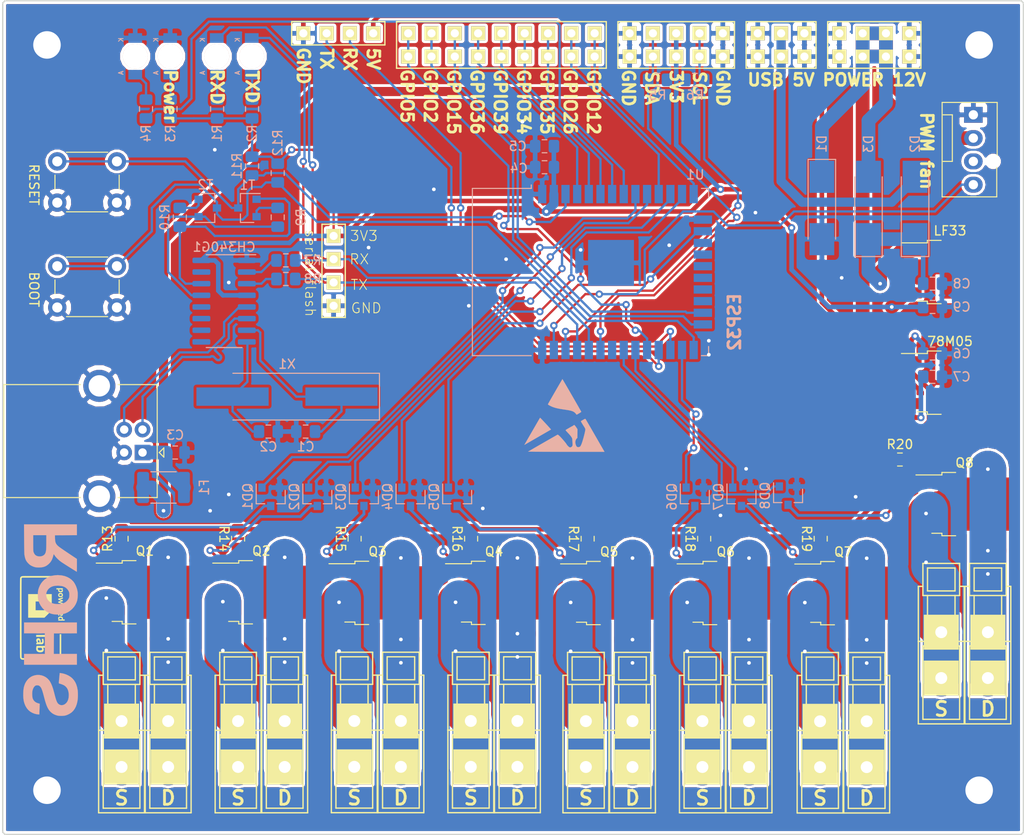
<source format=kicad_pcb>
(kicad_pcb (version 20171130) (host pcbnew 5.1.10-88a1d61d58~88~ubuntu20.04.1)
  (title_block (title E32CB_R2))
  (layers (0 F.Cu jumper) (31 B.Cu signal) (34 B.Paste user) (35 F.Paste user) (36 B.SilkS user) (37 F.SilkS user) (38 B.Mask user) (39 F.Mask user) (44 Edge.Cuts user))
  (net 0 "")
  (net 1 GND)
  (net 2 +3V3)
  (net 3 /I2C_SDA)
  (net 4 /EN)
  (net 5 +12V)
  (net 6 /IO_0)
  (net 7 "Net-(LED1-Pad2)")
  (net 8 "Net-(R9-Pad1)")
  (net 9 "Net-(CH340G1-Pad13)")
  (net 10 "Net-(LED2-Pad2)")
  (net 11 "Net-(LED3-Pad2)")
  (net 12 /s_LED)
  (net 13 "Net-(LED4-Pad2)")
  (net 14 /TXD)
  (net 15 "Net-(CH340G1-Pad3)")
  (net 16 "Net-(CH340G1-Pad2)")
  (net 17 /RXD)
  (net 18 /I2C_SCL)
  (net 19 "Net-(CH340G1-Pad14)")
  (net 20 "Net-(R10-Pad1)")
  (net 21 /gpi36)
  (net 22 /gpi39)
  (net 23 /gpi34)
  (net 24 /gpi35)
  (net 25 /Q1)
  (net 26 /Q2)
  (net 27 /gpio26)
  (net 28 /Q3)
  (net 29 /Q4)
  (net 30 /gpio12)
  (net 31 /Q5)
  (net 32 "Net-(U1-Pad17)")
  (net 33 "Net-(U1-Pad18)")
  (net 34 "Net-(U1-Pad19)")
  (net 35 "Net-(U1-Pad20)")
  (net 36 "Net-(U1-Pad21)")
  (net 37 "Net-(U1-Pad22)")
  (net 38 /gpio15)
  (net 39 /gpio2)
  (net 40 /Q6)
  (net 41 /U2_RXD)
  (net 42 /U2_TXD)
  (net 43 /gpio5)
  (net 44 /Q7)
  (net 45 /Q8)
  (net 46 "Net-(U1-Pad32)")
  (net 47 /fan1)
  (net 48 "Net-(J7-Pad1)")
  (net 49 "Net-(J8-Pad1)")
  (net 50 "Net-(J10-Pad1)")
  (net 51 "Net-(J9-Pad1)")
  (net 52 /display_Vin)
  (net 53 "Net-(J22-Pad1)")
  (net 54 "Net-(J21-Pad1)")
  (net 55 "Net-(J15-Pad1)")
  (net 56 "Net-(J16-Pad1)")
  (net 57 "Net-(J18-Pad1)")
  (net 58 "Net-(J17-Pad1)")
  (net 59 "Net-(J11-Pad1)")
  (net 60 "Net-(J12-Pad1)")
  (net 61 "Net-(J14-Pad1)")
  (net 62 "Net-(J13-Pad1)")
  (net 63 "Net-(J19-Pad1)")
  (net 64 "Net-(J20-Pad1)")
  (net 65 "Net-(3V3stabilizer1-Pad1)")
  (net 66 /USB_P)
  (net 67 /USB_N)
  (net 68 "Net-(C1-Pad1)")
  (net 69 "Net-(C2-Pad1)")
  (net 70 "Net-(CH340G1-Pad9)")
  (net 71 "Net-(CH340G1-Pad10)")
  (net 72 "Net-(CH340G1-Pad11)")
  (net 73 "Net-(CH340G1-Pad12)")
  (net 74 "Net-(CH340G1-Pad15)")
  (net 75 +5V)
  (net 76 "Net-(C3-Pad1)")
  (net 77 "Net-(fan_1-Pad3)")
  (net 78 "Net-(Q5-Pad1)")
  (net 79 "Net-(Q4-Pad1)")
  (net 80 "Net-(Q6-Pad1)")
  (net 81 "Net-(Q7-Pad1)")
  (net 82 "Net-(Q8-Pad1)")
  (net 83 "Net-(Q3-Pad1)")
  (net 84 "Net-(Q2-Pad1)")
  (net 85 "Net-(Q1-Pad1)")
  (module RF_Module:ESP32-WROOM-32 (layer B.Cu) (at 163.83 75.565 270)
    (fp_text reference U1 (at -10.61 -8.43 180) (layer B.SilkS) (effects (justify mirror)))
    (fp_text value ESP32-WROOM-32)
    (pad 39 smd rect (at -1 0.755 270) (size 5 5) (layers B.Cu B.Paste B.Mask) (net 1 GND))
    (pad 1 smd rect (at -8.5 8.255 270) (size 2 0.9) (layers B.Cu B.Paste B.Mask) (net 1 GND))
    (pad 2 smd rect (at -8.5 6.985 270) (size 2 0.9) (layers B.Cu B.Paste B.Mask) (net 2 +3V3))
    (pad 3 smd rect (at -8.5 5.715 270) (size 2 0.9) (layers B.Cu B.Paste B.Mask) (net 4 /EN))
    (pad 4 smd rect (at -8.5 4.445 270) (size 2 0.9) (layers B.Cu B.Paste B.Mask) (net 21 /gpi36))
    (pad 5 smd rect (at -8.5 3.175 270) (size 2 0.9) (layers B.Cu B.Paste B.Mask) (net 22 /gpi39))
    (pad 6 smd rect (at -8.5 1.905 270) (size 2 0.9) (layers B.Cu B.Paste B.Mask) (net 23 /gpi34))
    (pad 7 smd rect (at -8.5 0.635 270) (size 2 0.9) (layers B.Cu B.Paste B.Mask) (net 24 /gpi35))
    (pad 8 smd rect (at -8.5 -0.635 270) (size 2 0.9) (layers B.Cu B.Paste B.Mask) (net 12 /s_LED))
    (pad 9 smd rect (at -8.5 -1.905 270) (size 2 0.9) (layers B.Cu B.Paste B.Mask) (net 25 /Q1))
    (pad 10 smd rect (at -8.5 -3.175 270) (size 2 0.9) (layers B.Cu B.Paste B.Mask) (net 26 /Q2))
    (pad 11 smd rect (at -8.5 -4.445 270) (size 2 0.9) (layers B.Cu B.Paste B.Mask) (net 27 /gpio26))
    (pad 12 smd rect (at -8.5 -5.715 270) (size 2 0.9) (layers B.Cu B.Paste B.Mask) (net 28 /Q3))
    (pad 13 smd rect (at -8.5 -6.985 270) (size 2 0.9) (layers B.Cu B.Paste B.Mask) (net 29 /Q4))
    (pad 14 smd rect (at -8.5 -8.255 270) (size 2 0.9) (layers B.Cu B.Paste B.Mask) (net 30 /gpio12))
    (pad 15 smd rect (at -5.715 -9.255 180) (size 2 0.9) (layers B.Cu B.Paste B.Mask) (net 1 GND))
    (pad 16 smd rect (at -4.445 -9.255 180) (size 2 0.9) (layers B.Cu B.Paste B.Mask) (net 31 /Q5))
    (pad 17 smd rect (at -3.175 -9.255 180) (size 2 0.9) (layers B.Cu B.Paste B.Mask) (net 32 "Net-(U1-Pad17)"))
    (pad 18 smd rect (at -1.905 -9.255 180) (size 2 0.9) (layers B.Cu B.Paste B.Mask) (net 33 "Net-(U1-Pad18)"))
    (pad 19 smd rect (at -0.635 -9.255 180) (size 2 0.9) (layers B.Cu B.Paste B.Mask) (net 34 "Net-(U1-Pad19)"))
    (pad 20 smd rect (at 0.635 -9.255 180) (size 2 0.9) (layers B.Cu B.Paste B.Mask) (net 35 "Net-(U1-Pad20)"))
    (pad 21 smd rect (at 1.905 -9.255 180) (size 2 0.9) (layers B.Cu B.Paste B.Mask) (net 36 "Net-(U1-Pad21)"))
    (pad 22 smd rect (at 3.175 -9.255 180) (size 2 0.9) (layers B.Cu B.Paste B.Mask) (net 37 "Net-(U1-Pad22)"))
    (pad 23 smd rect (at 4.445 -9.255 180) (size 2 0.9) (layers B.Cu B.Paste B.Mask) (net 38 /gpio15))
    (pad 24 smd rect (at 5.715 -9.255 180) (size 2 0.9) (layers B.Cu B.Paste B.Mask) (net 39 /gpio2))
    (pad 25 smd rect (at 8.5 -8.255 270) (size 2 0.9) (layers B.Cu B.Paste B.Mask) (net 6 /IO_0))
    (pad 26 smd rect (at 8.5 -6.985 270) (size 2 0.9) (layers B.Cu B.Paste B.Mask) (net 40 /Q6))
    (pad 27 smd rect (at 8.5 -5.715 270) (size 2 0.9) (layers B.Cu B.Paste B.Mask) (net 41 /U2_RXD))
    (pad 28 smd rect (at 8.5 -4.445 270) (size 2 0.9) (layers B.Cu B.Paste B.Mask) (net 42 /U2_TXD))
    (pad 29 smd rect (at 8.5 -3.175 270) (size 2 0.9) (layers B.Cu B.Paste B.Mask) (net 43 /gpio5))
    (pad 30 smd rect (at 8.5 -1.905 270) (size 2 0.9) (layers B.Cu B.Paste B.Mask) (net 44 /Q7))
    (pad 31 smd rect (at 8.5 -0.635 270) (size 2 0.9) (layers B.Cu B.Paste B.Mask) (net 45 /Q8))
    (pad 32 smd rect (at 8.5 0.635 270) (size 2 0.9) (layers B.Cu B.Paste B.Mask) (net 46 "Net-(U1-Pad32)"))
    (pad 33 smd rect (at 8.5 1.905 270) (size 2 0.9) (layers B.Cu B.Paste B.Mask) (net 3 /I2C_SDA))
    (pad 34 smd rect (at 8.5 3.175 270) (size 2 0.9) (layers B.Cu B.Paste B.Mask) (net 17 /RXD))
    (pad 35 smd rect (at 8.5 4.445 270) (size 2 0.9) (layers B.Cu B.Paste B.Mask) (net 14 /TXD))
    (pad 36 smd rect (at 8.5 5.715 270) (size 2 0.9) (layers B.Cu B.Paste B.Mask) (net 18 /I2C_SCL))
    (pad 37 smd rect (at 8.5 6.985 270) (size 2 0.9) (layers B.Cu B.Paste B.Mask) (net 47 /fan1))
    (pad 38 smd rect (at 8.5 8.255 270) (size 2 0.9) (layers B.Cu B.Paste B.Mask) (net 1 GND))
  )
  (module Mlab_Pin_Headers:Straight_1x04 (layer F.Cu) (at 132.842 75.438)
    (fp_text reference J23 hide)
    (fp_text value "serial flash" (at -2.54 0.254 -90 unlocked) (layer F.SilkS) (effects (font (size 1.1 1.1) (thickness 0.1))))
    (pad 4 thru_hole rect (at 0 3.81) (size 1.524 1.524) (drill 0.889) (layers *.Cu *.Mask F.SilkS) (net 1 GND))
    (pad 3 thru_hole rect (at 0 1.27) (size 1.524 1.524) (drill 0.889) (layers *.Cu *.Mask F.SilkS) (net 14 /TXD))
    (pad 2 thru_hole rect (at 0 -1.27) (size 1.524 1.524) (drill 0.889) (layers *.Cu *.Mask F.SilkS) (net 17 /RXD))
    (pad 1 thru_hole rect (at 0 -3.81) (size 1.524 1.524) (drill 0.889) (layers *.Cu *.Mask F.SilkS) (net 2 +3V3))
  )
  (module Mlab_CON:WAGO256 (layer F.Cu) (at 147.793253 127.067625 90)
    (fp_text reference S (at -5.842 0 unlocked) (layer F.SilkS) (effects (font (size 1.524 1.524) (thickness 0.3048))))
    (fp_text value S hide)
    (pad 1 thru_hole rect (at 2.54 0 180) (size 3.81 3.81) (drill 1.3) (layers *.Cu *.Mask F.SilkS) (net 61 "Net-(J14-Pad1)"))
    (pad 1 thru_hole rect (at -2.46 0 180) (size 3.81 3.81) (drill 1.3) (layers *.Cu *.Mask F.SilkS) (net 61 "Net-(J14-Pad1)"))
  )
  (module Mlab_CON:WAGO256 (layer F.Cu) (at 140.173253 127.067625 90)
    (fp_text reference D (at -5.842 0 unlocked) (layer F.SilkS) (effects (font (size 1.524 1.524) (thickness 0.3048))))
    (fp_text value D hide)
    (pad 1 thru_hole rect (at -2.46 0 180) (size 3.81 3.81) (drill 1.3) (layers *.Cu *.Mask F.SilkS) (net 59 "Net-(J11-Pad1)"))
    (pad 1 thru_hole rect (at 2.54 0 180) (size 3.81 3.81) (drill 1.3) (layers *.Cu *.Mask F.SilkS) (net 59 "Net-(J11-Pad1)"))
  )
  (module Mlab_CON:WAGO256 (layer F.Cu) (at 135.093253 127.067625 90)
    (fp_text reference S (at -5.842 0 unlocked) (layer F.SilkS) (effects (font (size 1.524 1.524) (thickness 0.3048))))
    (fp_text value S hide)
    (pad 1 thru_hole rect (at 2.54 0 180) (size 3.81 3.81) (drill 1.3) (layers *.Cu *.Mask F.SilkS) (net 60 "Net-(J12-Pad1)"))
    (pad 1 thru_hole rect (at -2.46 0 180) (size 3.81 3.81) (drill 1.3) (layers *.Cu *.Mask F.SilkS) (net 60 "Net-(J12-Pad1)"))
  )
  (module Mlab_CON:WAGO256 (layer F.Cu) (at 152.873253 127.067625 90)
    (fp_text reference D (at -5.842 0 unlocked) (layer F.SilkS) (effects (font (size 1.524 1.524) (thickness 0.3048))))
    (fp_text value D hide)
    (pad 1 thru_hole rect (at -2.46 0 180) (size 3.81 3.81) (drill 1.3) (layers *.Cu *.Mask F.SilkS) (net 62 "Net-(J13-Pad1)"))
    (pad 1 thru_hole rect (at 2.54 0 180) (size 3.81 3.81) (drill 1.3) (layers *.Cu *.Mask F.SilkS) (net 62 "Net-(J13-Pad1)"))
  )
  (module Mlab_CON:WAGO256 (layer F.Cu) (at 185.861012 127.100028 90)
    (fp_text reference S (at -5.842 0 unlocked) (layer F.SilkS) (effects (font (size 1.524 1.524) (thickness 0.3048))))
    (fp_text value S hide)
    (pad 1 thru_hole rect (at 2.54 0 180) (size 3.81 3.81) (drill 1.3) (layers *.Cu *.Mask F.SilkS) (net 56 "Net-(J16-Pad1)"))
    (pad 1 thru_hole rect (at -2.46 0 180) (size 3.81 3.81) (drill 1.3) (layers *.Cu *.Mask F.SilkS) (net 56 "Net-(J16-Pad1)"))
  )
  (module Mlab_CON:WAGO256 (layer F.Cu) (at 204.149012 117.384528 90)
    (fp_text reference D (at -5.842 0 unlocked) (layer F.SilkS) (effects (font (size 1.524 1.524) (thickness 0.3048))))
    (fp_text value D hide)
    (pad 1 thru_hole rect (at -2.46 0 180) (size 3.81 3.81) (drill 1.3) (layers *.Cu *.Mask F.SilkS) (net 58 "Net-(J17-Pad1)"))
    (pad 1 thru_hole rect (at 2.54 0 180) (size 3.81 3.81) (drill 1.3) (layers *.Cu *.Mask F.SilkS) (net 58 "Net-(J17-Pad1)"))
  )
  (module Mlab_CON:WAGO256 (layer F.Cu) (at 199.069012 117.384528 90)
    (fp_text reference S (at -5.842 0 unlocked) (layer F.SilkS) (effects (font (size 1.524 1.524) (thickness 0.3048))))
    (fp_text value S hide)
    (pad 1 thru_hole rect (at 2.54 0 180) (size 3.81 3.81) (drill 1.3) (layers *.Cu *.Mask F.SilkS) (net 57 "Net-(J18-Pad1)"))
    (pad 1 thru_hole rect (at -2.46 0 180) (size 3.81 3.81) (drill 1.3) (layers *.Cu *.Mask F.SilkS) (net 57 "Net-(J18-Pad1)"))
  )
  (module Mlab_CON:WAGO256 (layer F.Cu) (at 165.416052 127.084337 90)
    (fp_text reference D (at -5.842 0 unlocked) (layer F.SilkS) (effects (font (size 1.524 1.524) (thickness 0.3048))))
    (fp_text value D hide)
    (pad 1 thru_hole rect (at -2.46 0 180) (size 3.81 3.81) (drill 1.3) (layers *.Cu *.Mask F.SilkS) (net 63 "Net-(J19-Pad1)"))
    (pad 1 thru_hole rect (at 2.54 0 180) (size 3.81 3.81) (drill 1.3) (layers *.Cu *.Mask F.SilkS) (net 63 "Net-(J19-Pad1)"))
  )
  (module Mlab_CON:WAGO256 (layer F.Cu) (at 178.116052 127.084337 90)
    (fp_text reference D (at -5.842 0 unlocked) (layer F.SilkS) (effects (font (size 1.524 1.524) (thickness 0.3048))))
    (fp_text value D hide)
    (pad 1 thru_hole rect (at 2.54 0 180) (size 3.81 3.81) (drill 1.3) (layers *.Cu *.Mask F.SilkS) (net 54 "Net-(J21-Pad1)"))
    (pad 1 thru_hole rect (at -2.46 0 180) (size 3.81 3.81) (drill 1.3) (layers *.Cu *.Mask F.SilkS) (net 54 "Net-(J21-Pad1)"))
  )
  (module Mlab_CON:WAGO256 (layer F.Cu) (at 173.036052 127.084337 90)
    (fp_text reference S (at -5.842 0 unlocked) (layer F.SilkS) (effects (font (size 1.524 1.524) (thickness 0.3048))))
    (fp_text value S hide)
    (pad 1 thru_hole rect (at -2.46 0 180) (size 3.81 3.81) (drill 1.3) (layers *.Cu *.Mask F.SilkS) (net 53 "Net-(J22-Pad1)"))
    (pad 1 thru_hole rect (at 2.54 0 180) (size 3.81 3.81) (drill 1.3) (layers *.Cu *.Mask F.SilkS) (net 53 "Net-(J22-Pad1)"))
  )
  (module Mlab_CON:WAGO256 (layer F.Cu) (at 190.941012 127.100028 90)
    (fp_text reference D (at -5.842 0 unlocked) (layer F.SilkS) (effects (font (size 1.524 1.524) (thickness 0.3048))))
    (fp_text value D hide)
    (pad 1 thru_hole rect (at 2.54 0 180) (size 3.81 3.81) (drill 1.3) (layers *.Cu *.Mask F.SilkS) (net 55 "Net-(J15-Pad1)"))
    (pad 1 thru_hole rect (at -2.46 0 180) (size 3.81 3.81) (drill 1.3) (layers *.Cu *.Mask F.SilkS) (net 55 "Net-(J15-Pad1)"))
  )
  (module Mlab_CON:WAGO256 (layer F.Cu) (at 160.336052 127.084337 90)
    (fp_text reference S (at -5.842 0 unlocked) (layer F.SilkS) (effects (font (size 1.524 1.524) (thickness 0.3048))))
    (fp_text value S hide)
    (pad 1 thru_hole rect (at -2.46 0 180) (size 3.81 3.81) (drill 1.3) (layers *.Cu *.Mask F.SilkS) (net 64 "Net-(J20-Pad1)"))
    (pad 1 thru_hole rect (at 2.54 0 180) (size 3.81 3.81) (drill 1.3) (layers *.Cu *.Mask F.SilkS) (net 64 "Net-(J20-Pad1)"))
  )
  (module Button_Switch_THT:SW_PUSH_6mm (layer F.Cu) (at 102.72 74.93)
    (fp_text reference BOOT (at -2.54 2.54 -90 unlocked) (layer F.SilkS))
    (fp_text value FLASH)
    (pad 1 thru_hole circle (at 6.5 0 90) (size 2 2) (drill 1.1) (layers *.Cu *.Mask) (net 6 /IO_0))
    (pad 2 thru_hole circle (at 6.5 4.5 90) (size 2 2) (drill 1.1) (layers *.Cu *.Mask) (net 1 GND))
    (pad 1 thru_hole circle (at 0 0 90) (size 2 2) (drill 1.1) (layers *.Cu *.Mask) (net 6 /IO_0))
    (pad 2 thru_hole circle (at 0 4.5 90) (size 2 2) (drill 1.1) (layers *.Cu *.Mask) (net 1 GND))
  )
  (module Button_Switch_THT:SW_PUSH_6mm (layer F.Cu) (at 102.72 63.5)
    (fp_text reference RESET (at -2.54 2.54 270 unlocked) (layer F.SilkS))
    (fp_text value RESET)
    (pad 2 thru_hole circle (at 0 4.5 90) (size 2 2) (drill 1.1) (layers *.Cu *.Mask) (net 1 GND))
    (pad 1 thru_hole circle (at 0 0 90) (size 2 2) (drill 1.1) (layers *.Cu *.Mask) (net 4 /EN))
    (pad 2 thru_hole circle (at 6.5 4.5 90) (size 2 2) (drill 1.1) (layers *.Cu *.Mask) (net 1 GND))
    (pad 1 thru_hole circle (at 6.5 0 90) (size 2 2) (drill 1.1) (layers *.Cu *.Mask) (net 4 /EN))
  )
  (module Capacitor_SMD:C_0805_2012Metric_Pad1.15x1.40mm_HandSolder (layer B.Cu) (at 129.794 92.964 180)
    (fp_text reference C1 (at 0 -1.651 180) (layer B.SilkS) (effects (justify mirror)))
    (fp_text value 22p)
    (pad 1 smd roundrect (at -1.025 0 180) (size 1.15 1.4) (layers B.Cu B.Paste B.Mask) (roundrect_rratio 0.217391) (net 68 "Net-(C1-Pad1)"))
    (pad 2 smd roundrect (at 1.025 0 180) (size 1.15 1.4) (layers B.Cu B.Paste B.Mask) (roundrect_rratio 0.217391) (net 1 GND))
  )
  (module Capacitor_SMD:C_0805_2012Metric_Pad1.15x1.40mm_HandSolder (layer B.Cu) (at 125.73 92.964)
    (fp_text reference C2 (at 0 1.65) (layer B.SilkS) (effects (justify mirror)))
    (fp_text value 22p)
    (pad 2 smd roundrect (at 1.025 0) (size 1.15 1.4) (layers B.Cu B.Paste B.Mask) (roundrect_rratio 0.217391) (net 1 GND))
    (pad 1 smd roundrect (at -1.025 0) (size 1.15 1.4) (layers B.Cu B.Paste B.Mask) (roundrect_rratio 0.217391) (net 69 "Net-(C2-Pad1)"))
  )
  (module Capacitor_SMD:C_0805_2012Metric_Pad1.15x1.40mm_HandSolder (layer B.Cu) (at 115.57 95.25)
    (fp_text reference C3 (at 0 -1.905) (layer B.SilkS) (effects (justify mirror)))
    (fp_text value 10nF)
    (pad 1 smd roundrect (at -1.025 0) (size 1.15 1.4) (layers B.Cu B.Paste B.Mask) (roundrect_rratio 0.217391) (net 76 "Net-(C3-Pad1)"))
    (pad 2 smd roundrect (at 1.025 0) (size 1.15 1.4) (layers B.Cu B.Paste B.Mask) (roundrect_rratio 0.217391) (net 1 GND))
  )
  (module Capacitor_SMD:C_0805_2012Metric_Pad1.15x1.40mm_HandSolder (layer B.Cu) (at 155.829 64.135 180)
    (fp_text reference C4 (at 2.803 -0.127 180) (layer B.SilkS) (effects (justify mirror)))
    (fp_text value 100nF)
    (pad 2 smd roundrect (at 1.025 0 180) (size 1.15 1.4) (layers B.Cu B.Paste B.Mask) (roundrect_rratio 0.217391) (net 1 GND))
    (pad 1 smd roundrect (at -1.025 0 180) (size 1.15 1.4) (layers B.Cu B.Paste B.Mask) (roundrect_rratio 0.217391) (net 2 +3V3))
  )
  (module Capacitor_SMD:C_0805_2012Metric_Pad1.15x1.40mm_HandSolder (layer B.Cu) (at 155.829 61.849 180)
    (fp_text reference C5 (at 2.921 0 180) (layer B.SilkS) (effects (justify mirror)))
    (fp_text value 10uF)
    (pad 1 smd roundrect (at -1.025 0 180) (size 1.15 1.4) (layers B.Cu B.Paste B.Mask) (roundrect_rratio 0.217391) (net 2 +3V3))
    (pad 2 smd roundrect (at 1.025 0 180) (size 1.15 1.4) (layers B.Cu B.Paste B.Mask) (roundrect_rratio 0.217391) (net 1 GND))
  )
  (module Capacitor_SMD:C_0805_2012Metric_Pad1.15x1.40mm_HandSolder (layer B.Cu) (at 198.12 84.455)
    (fp_text reference C6 (at 3.175 0) (layer B.SilkS) (effects (justify mirror)))
    (fp_text value 330nF)
    (pad 2 smd roundrect (at 1.025 0) (size 1.15 1.4) (layers B.Cu B.Paste B.Mask) (roundrect_rratio 0.217391) (net 1 GND))
    (pad 1 smd roundrect (at -1.025 0) (size 1.15 1.4) (layers B.Cu B.Paste B.Mask) (roundrect_rratio 0.217391) (net 5 +12V))
  )
  (module Capacitor_SMD:C_0805_2012Metric_Pad1.15x1.40mm_HandSolder (layer B.Cu) (at 198.12 86.995)
    (fp_text reference C7 (at 3.175 0) (layer B.SilkS) (effects (justify mirror)))
    (fp_text value 100nF)
    (pad 1 smd roundrect (at -1.025 0) (size 1.15 1.4) (layers B.Cu B.Paste B.Mask) (roundrect_rratio 0.217391) (net 52 /display_Vin))
    (pad 2 smd roundrect (at 1.025 0) (size 1.15 1.4) (layers B.Cu B.Paste B.Mask) (roundrect_rratio 0.217391) (net 1 GND))
  )
  (module Capacitor_SMD:C_0805_2012Metric_Pad1.15x1.40mm_HandSolder (layer B.Cu) (at 198.12 76.835)
    (fp_text reference C8 (at 3.175 0) (layer B.SilkS) (effects (justify mirror)))
    (fp_text value 100nF)
    (pad 2 smd roundrect (at 1.025 0) (size 1.15 1.4) (layers B.Cu B.Paste B.Mask) (roundrect_rratio 0.217391) (net 1 GND))
    (pad 1 smd roundrect (at -1.025 0) (size 1.15 1.4) (layers B.Cu B.Paste B.Mask) (roundrect_rratio 0.217391) (net 65 "Net-(3V3stabilizer1-Pad1)"))
  )
  (module Capacitor_SMD:C_0805_2012Metric_Pad1.15x1.40mm_HandSolder (layer B.Cu) (at 198.12 79.375)
    (fp_text reference C9 (at 3.175 0) (layer B.SilkS) (effects (justify mirror)))
    (fp_text value 2.2uF)
    (pad 1 smd roundrect (at -1.025 0) (size 1.15 1.4) (layers B.Cu B.Paste B.Mask) (roundrect_rratio 0.217391) (net 2 +3V3))
    (pad 2 smd roundrect (at 1.025 0) (size 1.15 1.4) (layers B.Cu B.Paste B.Mask) (roundrect_rratio 0.217391) (net 1 GND))
  )
  (module Connector:FanPinHeader_1x04_P2.54mm_Vertical (layer F.Cu) (at 202.565 58.42 270)
    (fp_text reference "PWM fan" (at 3.937 5.08 270 unlocked) (layer F.SilkS) (effects (font (size 1.3 1.3) (thickness 0.3))))
    (fp_text value Conn_01x04)
    (pad 1 thru_hole rect (at 0 0) (size 2.03 1.73) (drill 1.02) (layers *.Cu *.Mask) (net 1 GND))
    (pad 2 thru_hole oval (at 2.54 0) (size 2.03 1.73) (drill 1.02) (layers *.Cu *.Mask) (net 5 +12V))
    (pad 3 thru_hole oval (at 5.08 0) (size 2.03 1.73) (drill 1.02) (layers *.Cu *.Mask) (net 77 "Net-(fan_1-Pad3)"))
    (pad 4 thru_hole oval (at 7.62 0) (size 2.03 1.73) (drill 1.02) (layers *.Cu *.Mask) (net 47 /fan1))
    (pad "" np_thru_hole circle (at 5.08 -2.16) (size 1.1 1.1) (drill 1.1) (layers *.Cu *.Mask))
  )
  (module Connector_USB:USB_B_OST_USB-B1HSxx_Horizontal (layer F.Cu) (at 112.014 95.25 180)
    (fp_text reference J3 hide)
    (fp_text value USB_B)
    (pad 1 thru_hole rect (at 0 0 180) (size 1.7 1.7) (drill 0.92) (layers *.Cu *.Mask) (net 76 "Net-(C3-Pad1)"))
    (pad 2 thru_hole circle (at 0 2.5 180) (size 1.7 1.7) (drill 0.92) (layers *.Cu *.Mask) (net 67 /USB_N))
    (pad 3 thru_hole circle (at 2 2.5 180) (size 1.7 1.7) (drill 0.92) (layers *.Cu *.Mask) (net 66 /USB_P))
    (pad 4 thru_hole circle (at 2 0 180) (size 1.7 1.7) (drill 0.92) (layers *.Cu *.Mask) (net 1 GND))
    (pad 5 thru_hole circle (at 4.71 -4.77 180) (size 3.5 3.5) (drill 2.33) (layers *.Cu *.Mask) (net 1 GND))
    (pad 5 thru_hole circle (at 4.71 7.27 180) (size 3.5 3.5) (drill 2.33) (layers *.Cu *.Mask) (net 1 GND))
  )
  (module Crystal:Crystal_SMD_HC49-SD_HandSoldering (layer B.Cu) (at 127.762 89.154 180)
    (fp_text reference X1 (at 0 3.55 180) (layer B.SilkS) (effects (justify mirror)))
    (fp_text value 12MHz)
    (pad 1 smd rect (at -5.9375 0 180) (size 7.875 2) (layers B.Cu B.Paste B.Mask) (net 68 "Net-(C1-Pad1)"))
    (pad 2 smd rect (at 5.9375 0 180) (size 7.875 2) (layers B.Cu B.Paste B.Mask) (net 69 "Net-(C2-Pad1)"))
  )
  (module Diode_SMD:D_MELF_Handsoldering (layer B.Cu) (at 191.135 68.58 90)
    (fp_text reference D3 (at 6.985 0 90) (layer B.SilkS) (effects (justify mirror)))
    (fp_text value 1N4007)
    (pad 1 smd rect (at -3.4 0 90) (size 3.5 2.7) (layers B.Cu B.Paste B.Mask) (net 65 "Net-(3V3stabilizer1-Pad1)"))
    (pad 2 smd rect (at 3.4 0 90) (size 3.5 2.7) (layers B.Cu B.Paste B.Mask) (net 5 +12V))
  )
  (module Diode_SMD:D_MELF_Handsoldering (layer B.Cu) (at 196.215 68.58 90)
    (fp_text reference D2 (at 6.985 0 90) (layer B.SilkS) (effects (justify mirror)))
    (fp_text value 1N4007)
    (pad 2 smd rect (at 3.4 0 90) (size 3.5 2.7) (layers B.Cu B.Paste B.Mask) (net 75 +5V))
    (pad 1 smd rect (at -3.4 0 90) (size 3.5 2.7) (layers B.Cu B.Paste B.Mask) (net 65 "Net-(3V3stabilizer1-Pad1)"))
  )
  (module Diode_SMD:D_MELF_Handsoldering (layer B.Cu) (at 186.055 68.58 270)
    (fp_text reference D1 (at -6.985 0 270) (layer B.SilkS) (effects (justify mirror)))
    (fp_text value 1N4007)
    (pad 1 smd rect (at -3.4 0 270) (size 3.5 2.7) (layers B.Cu B.Paste B.Mask) (net 5 +12V))
    (pad 2 smd rect (at 3.4 0 270) (size 3.5 2.7) (layers B.Cu B.Paste B.Mask) (net 1 GND))
  )
  (module Fuse:Fuse_1812_4532Metric_Pad1.30x3.40mm_HandSolder (layer B.Cu) (at 114.3 99.06)
    (fp_text reference F1 (at 4.445 0 90) (layer B.SilkS) (effects (justify mirror)))
    (fp_text value 1A)
    (pad 1 smd roundrect (at -2.225 0) (size 1.3 3.4) (layers B.Cu B.Paste B.Mask) (roundrect_rratio 0.192308) (net 75 +5V))
    (pad 2 smd roundrect (at 2.225 0) (size 1.3 3.4) (layers B.Cu B.Paste B.Mask) (roundrect_rratio 0.192308) (net 76 "Net-(C3-Pad1)"))
  )
  (module Mlab_CON:WAGO256 (layer F.Cu) (at 114.808 127.08 90)
    (fp_text reference D (at -5.842 0 unlocked) (layer F.SilkS) (effects (font (size 1.524 1.524) (thickness 0.3048))))
    (fp_text value D hide)
    (pad 1 thru_hole rect (at -2.46 0 180) (size 3.81 3.81) (drill 1.3) (layers *.Cu *.Mask F.SilkS) (net 48 "Net-(J7-Pad1)"))
    (pad 1 thru_hole rect (at 2.54 0 180) (size 3.81 3.81) (drill 1.3) (layers *.Cu *.Mask F.SilkS) (net 48 "Net-(J7-Pad1)"))
  )
  (module Mlab_CON:WAGO256 (layer F.Cu) (at 109.728 127.08 90)
    (fp_text reference S (at -5.842 0 unlocked) (layer F.SilkS) (effects (font (size 1.524 1.524) (thickness 0.3048))))
    (fp_text value S hide)
    (pad 1 thru_hole rect (at 2.54 0 180) (size 3.81 3.81) (drill 1.3) (layers *.Cu *.Mask F.SilkS) (net 49 "Net-(J8-Pad1)"))
    (pad 1 thru_hole rect (at -2.46 0 180) (size 3.81 3.81) (drill 1.3) (layers *.Cu *.Mask F.SilkS) (net 49 "Net-(J8-Pad1)"))
  )
  (module Mlab_CON:WAGO256 (layer F.Cu) (at 127.508 127.08 90)
    (fp_text reference D (at -5.842 0 unlocked) (layer F.SilkS) (effects (font (size 1.524 1.524) (thickness 0.3048))))
    (fp_text value D hide)
    (pad 1 thru_hole rect (at -2.46 0 180) (size 3.81 3.81) (drill 1.3) (layers *.Cu *.Mask F.SilkS) (net 51 "Net-(J9-Pad1)"))
    (pad 1 thru_hole rect (at 2.54 0 180) (size 3.81 3.81) (drill 1.3) (layers *.Cu *.Mask F.SilkS) (net 51 "Net-(J9-Pad1)"))
  )
  (module Mlab_CON:WAGO256 (layer F.Cu) (at 122.428 127.08 90)
    (fp_text reference S (at -5.842 0 unlocked) (layer F.SilkS) (effects (font (size 1.524 1.524) (thickness 0.3048))))
    (fp_text value S hide)
    (pad 1 thru_hole rect (at 2.54 0 180) (size 3.81 3.81) (drill 1.3) (layers *.Cu *.Mask F.SilkS) (net 50 "Net-(J10-Pad1)"))
    (pad 1 thru_hole rect (at -2.46 0 180) (size 3.81 3.81) (drill 1.3) (layers *.Cu *.Mask F.SilkS) (net 50 "Net-(J10-Pad1)"))
  )
  (module Mlab_D:LED_1206 (layer B.Cu) (at 123.91664 52.042461 90)
    (fp_text reference LED2 hide)
    (fp_text value TXD hide)
    (fp_text user A (at -1.80086 -1.5494 90) (layer B.SilkS) (effects (font (size 0.50038 0.50038) (thickness 0.09906)) (justify mirror)))
    (fp_text user K (at 1.80086 -1.5494 90) (layer B.SilkS) (effects (font (size 0.50038 0.50038) (thickness 0.09906)) (justify mirror)))
    (pad "" np_thru_hole circle (at 0 0 90) (size 2.7 2.7) (drill 2.7) (layers *.Cu *.Mask B.SilkS))
    (pad 1 smd rect (at 2 0 90) (size 1.05 1.5) (layers B.Cu B.Paste B.Mask) (net 14 /TXD))
    (pad 2 smd rect (at -2 0 90) (size 1.05 1.5) (layers B.Cu B.Paste B.Mask) (net 10 "Net-(LED2-Pad2)"))
  )
  (module Mlab_D:LED_1206 (layer B.Cu) (at 115.02664 52.042461 90)
    (fp_text reference LED3 hide)
    (fp_text value Power hide)
    (fp_text user K (at 1.80086 -1.5494 90) (layer B.SilkS) (effects (font (size 0.50038 0.50038) (thickness 0.09906)) (justify mirror)))
    (fp_text user A (at -1.80086 -1.5494 90) (layer B.SilkS) (effects (font (size 0.50038 0.50038) (thickness 0.09906)) (justify mirror)))
    (pad 2 smd rect (at -2 0 90) (size 1.05 1.5) (layers B.Cu B.Paste B.Mask) (net 11 "Net-(LED3-Pad2)"))
    (pad 1 smd rect (at 2 0 90) (size 1.05 1.5) (layers B.Cu B.Paste B.Mask) (net 1 GND))
    (pad "" np_thru_hole circle (at 0 0 90) (size 2.7 2.7) (drill 2.7) (layers *.Cu *.Mask B.SilkS))
  )
  (module Mlab_D:LED_1206 (layer B.Cu) (at 120.10664 52.042461 90)
    (fp_text reference LED1 hide)
    (fp_text value RXD hide)
    (fp_text user A (at -1.80086 -1.5494 90) (layer B.SilkS) (effects (font (size 0.50038 0.50038) (thickness 0.09906)) (justify mirror)))
    (fp_text user K (at 1.80086 -1.5494 90) (layer B.SilkS) (effects (font (size 0.50038 0.50038) (thickness 0.09906)) (justify mirror)))
    (pad "" np_thru_hole circle (at 0 0 90) (size 2.7 2.7) (drill 2.7) (layers *.Cu *.Mask B.SilkS))
    (pad 1 smd rect (at 2 0 90) (size 1.05 1.5) (layers B.Cu B.Paste B.Mask) (net 17 /RXD))
    (pad 2 smd rect (at -2 0 90) (size 1.05 1.5) (layers B.Cu B.Paste B.Mask) (net 7 "Net-(LED1-Pad2)"))
  )
  (module Mlab_D:LED_1206 (layer B.Cu) (at 111.21664 52.042461 90)
    (fp_text reference LED4 hide)
    (fp_text value Signal hide)
    (fp_text user K (at 1.80086 -1.5494 90) (layer B.SilkS) (effects (font (size 0.50038 0.50038) (thickness 0.09906)) (justify mirror)))
    (fp_text user A (at -1.80086 -1.5494 90) (layer B.SilkS) (effects (font (size 0.50038 0.50038) (thickness 0.09906)) (justify mirror)))
    (pad 2 smd rect (at -2 0 90) (size 1.05 1.5) (layers B.Cu B.Paste B.Mask) (net 13 "Net-(LED4-Pad2)"))
    (pad 1 smd rect (at 2 0 90) (size 1.05 1.5) (layers B.Cu B.Paste B.Mask) (net 1 GND))
    (pad "" np_thru_hole circle (at 0 0 90) (size 2.7 2.7) (drill 2.7) (layers *.Cu *.Mask B.SilkS))
  )
  (module Mlab_Pin_Headers:Straight_1x04 (layer F.Cu) (at 133.35 49.53 90)
    (fp_text reference J5 hide)
    (fp_text value NEXTION hide)
    (pad 4 thru_hole rect (at 0 3.81 90) (size 1.524 1.524) (drill 0.889) (layers *.Cu *.Mask F.SilkS) (net 52 /display_Vin))
    (pad 3 thru_hole rect (at 0 1.27 90) (size 1.524 1.524) (drill 0.889) (layers *.Cu *.Mask F.SilkS) (net 41 /U2_RXD))
    (pad 2 thru_hole rect (at 0 -1.27 90) (size 1.524 1.524) (drill 0.889) (layers *.Cu *.Mask F.SilkS) (net 42 /U2_TXD))
    (pad 1 thru_hole rect (at 0 -3.81 90) (size 1.524 1.524) (drill 0.889) (layers *.Cu *.Mask F.SilkS) (net 1 GND))
  )
  (module Mlab_Pin_Headers:Straight_2x03 (layer F.Cu) (at 181.61 50.8 90)
    (fp_text reference J4 hide)
    (fp_text value "USB +5V" hide)
    (pad 1 thru_hole rect (at -1.27 -2.54 90) (size 1.524 1.524) (drill 0.889) (layers *.Cu *.Mask F.SilkS) (net 1 GND))
    (pad 2 thru_hole rect (at 1.27 -2.54 90) (size 1.524 1.524) (drill 0.889) (layers *.Cu *.Mask F.SilkS) (net 1 GND))
    (pad 3 thru_hole rect (at -1.27 0 90) (size 1.524 1.524) (drill 0.889) (layers *.Cu *.Mask F.SilkS) (net 75 +5V))
    (pad 4 thru_hole rect (at 1.27 0 90) (size 1.524 1.524) (drill 0.889) (layers *.Cu *.Mask F.SilkS) (net 75 +5V))
    (pad 5 thru_hole rect (at -1.27 2.54 90) (size 1.524 1.524) (drill 0.889) (layers *.Cu *.Mask F.SilkS) (net 1 GND))
    (pad 6 thru_hole rect (at 1.27 2.54 90) (size 1.524 1.524) (drill 0.889) (layers *.Cu *.Mask F.SilkS) (net 1 GND))
  )
  (module Mlab_Pin_Headers:Straight_2x04 (layer F.Cu) (at 191.77 50.8 90)
    (fp_text reference J2 hide)
    (fp_text value Power hide)
    (pad 1 thru_hole rect (at -1.27 -3.81 90) (size 1.524 1.524) (drill 0.889) (layers *.Cu *.Mask F.SilkS) (net 1 GND))
    (pad 2 thru_hole rect (at 1.27 -3.81 90) (size 1.524 1.524) (drill 0.889) (layers *.Cu *.Mask F.SilkS) (net 1 GND))
    (pad 3 thru_hole rect (at -1.27 -1.27 90) (size 1.524 1.524) (drill 0.889) (layers *.Cu *.Mask F.SilkS) (net 5 +12V))
    (pad 4 thru_hole rect (at 1.27 -1.27 90) (size 1.524 1.524) (drill 0.889) (layers *.Cu *.Mask F.SilkS) (net 5 +12V))
    (pad 5 thru_hole rect (at -1.27 1.27 90) (size 1.524 1.524) (drill 0.889) (layers *.Cu *.Mask F.SilkS) (net 5 +12V))
    (pad 6 thru_hole rect (at 1.27 1.27 90) (size 1.524 1.524) (drill 0.889) (layers *.Cu *.Mask F.SilkS) (net 5 +12V))
    (pad 7 thru_hole rect (at -1.27 3.81 90) (size 1.524 1.524) (drill 0.889) (layers *.Cu *.Mask F.SilkS) (net 1 GND))
    (pad 8 thru_hole rect (at 1.27 3.81 90) (size 1.524 1.524) (drill 0.889) (layers *.Cu *.Mask F.SilkS) (net 1 GND))
  )
  (module Mlab_Pin_Headers:Straight_2x05 (layer F.Cu) (at 170.18 50.8 90)
    (fp_text reference J6 hide)
    (fp_text value I2C hide)
    (pad 1 thru_hole rect (at -1.27 -5.08 90) (size 1.524 1.524) (drill 0.889) (layers *.Cu *.Mask F.SilkS) (net 1 GND))
    (pad 2 thru_hole rect (at 1.27 -5.08 90) (size 1.524 1.524) (drill 0.889) (layers *.Cu *.Mask F.SilkS) (net 1 GND))
    (pad 3 thru_hole rect (at -1.27 -2.54 90) (size 1.524 1.524) (drill 0.889) (layers *.Cu *.Mask F.SilkS) (net 3 /I2C_SDA))
    (pad 4 thru_hole rect (at 1.27 -2.54 90) (size 1.524 1.524) (drill 0.889) (layers *.Cu *.Mask F.SilkS) (net 3 /I2C_SDA))
    (pad 5 thru_hole rect (at -1.27 0 90) (size 1.524 1.524) (drill 0.889) (layers *.Cu *.Mask F.SilkS) (net 2 +3V3))
    (pad 6 thru_hole rect (at 1.27 0 90) (size 1.524 1.524) (drill 0.889) (layers *.Cu *.Mask F.SilkS) (net 2 +3V3))
    (pad 7 thru_hole rect (at -1.27 2.54 90) (size 1.524 1.524) (drill 0.889) (layers *.Cu *.Mask F.SilkS) (net 18 /I2C_SCL))
    (pad 8 thru_hole rect (at 1.27 2.54 90) (size 1.524 1.524) (drill 0.889) (layers *.Cu *.Mask F.SilkS) (net 18 /I2C_SCL))
    (pad 9 thru_hole rect (at -1.27 5.08 90) (size 1.524 1.524) (drill 0.889) (layers *.Cu *.Mask F.SilkS) (net 1 GND))
    (pad 10 thru_hole rect (at 1.27 5.08 90) (size 1.524 1.524) (drill 0.889) (layers *.Cu *.Mask F.SilkS) (net 1 GND))
  )
  (module Mlab_Pin_Headers:Straight_2x09 (layer F.Cu) (at 151.13 50.8 90)
    (fp_text reference J1 hide)
    (fp_text value GPIO_HEADER hide)
    (pad 1 thru_hole rect (at -1.27 -10.16 90) (size 1.524 1.524) (drill 0.889) (layers *.Cu *.Mask F.SilkS) (net 43 /gpio5))
    (pad 2 thru_hole rect (at 1.27 -10.16 90) (size 1.524 1.524) (drill 0.889) (layers *.Cu *.Mask F.SilkS) (net 43 /gpio5))
    (pad 3 thru_hole rect (at -1.27 -7.62 90) (size 1.524 1.524) (drill 0.889) (layers *.Cu *.Mask F.SilkS) (net 39 /gpio2))
    (pad 4 thru_hole rect (at 1.27 -7.62 90) (size 1.524 1.524) (drill 0.889) (layers *.Cu *.Mask F.SilkS) (net 39 /gpio2))
    (pad 5 thru_hole rect (at -1.27 -5.08 90) (size 1.524 1.524) (drill 0.889) (layers *.Cu *.Mask F.SilkS) (net 38 /gpio15))
    (pad 6 thru_hole rect (at 1.27 -5.08 90) (size 1.524 1.524) (drill 0.889) (layers *.Cu *.Mask F.SilkS) (net 38 /gpio15))
    (pad 7 thru_hole rect (at -1.27 -2.54 90) (size 1.524 1.524) (drill 0.889) (layers *.Cu *.Mask F.SilkS) (net 21 /gpi36))
    (pad 8 thru_hole rect (at 1.27 -2.54 90) (size 1.524 1.524) (drill 0.889) (layers *.Cu *.Mask F.SilkS) (net 21 /gpi36))
    (pad 9 thru_hole rect (at -1.27 0 90) (size 1.524 1.524) (drill 0.889) (layers *.Cu *.Mask F.SilkS) (net 22 /gpi39))
    (pad 10 thru_hole rect (at 1.27 0 90) (size 1.524 1.524) (drill 0.889) (layers *.Cu *.Mask F.SilkS) (net 22 /gpi39))
    (pad 11 thru_hole rect (at -1.27 2.54 90) (size 1.524 1.524) (drill 0.889) (layers *.Cu *.Mask F.SilkS) (net 23 /gpi34))
    (pad 12 thru_hole rect (at 1.27 2.54 90) (size 1.524 1.524) (drill 0.889) (layers *.Cu *.Mask F.SilkS) (net 23 /gpi34))
    (pad 13 thru_hole rect (at -1.27 5.08 90) (size 1.524 1.524) (drill 0.889) (layers *.Cu *.Mask F.SilkS) (net 24 /gpi35))
    (pad 14 thru_hole rect (at 1.27 5.08 90) (size 1.524 1.524) (drill 0.889) (layers *.Cu *.Mask F.SilkS) (net 24 /gpi35))
    (pad 15 thru_hole rect (at -1.27 7.62 90) (size 1.524 1.524) (drill 0.889) (layers *.Cu *.Mask F.SilkS) (net 27 /gpio26))
    (pad 16 thru_hole rect (at 1.27 7.62 90) (size 1.524 1.524) (drill 0.889) (layers *.Cu *.Mask F.SilkS) (net 27 /gpio26))
    (pad 17 thru_hole rect (at -1.27 10.16 90) (size 1.524 1.524) (drill 0.889) (layers *.Cu *.Mask F.SilkS) (net 30 /gpio12))
    (pad 18 thru_hole rect (at 1.27 10.16 90) (size 1.524 1.524) (drill 0.889) (layers *.Cu *.Mask F.SilkS) (net 30 /gpio12))
  )
  (module Package_SO:SOIC-16_3.9x9.9mm_P1.27mm (layer B.Cu) (at 120.904 78.74 180)
    (fp_text reference CH340G1 (at 0 5.9 180) (layer B.SilkS) (effects (justify mirror)))
    (fp_text value CH340G)
    (pad 1 smd roundrect (at -2.475 4.445 180) (size 1.95 0.6) (layers B.Cu B.Paste B.Mask) (net 1 GND))
    (pad 2 smd roundrect (at -2.475 3.175 180) (size 1.95 0.6) (layers B.Cu B.Paste B.Mask) (net 16 "Net-(CH340G1-Pad2)"))
    (pad 3 smd roundrect (at -2.475 1.905 180) (size 1.95 0.6) (layers B.Cu B.Paste B.Mask) (net 15 "Net-(CH340G1-Pad3)"))
    (pad 4 smd roundrect (at -2.475 0.635 180) (size 1.95 0.6) (layers B.Cu B.Paste B.Mask) (net 2 +3V3))
    (pad 5 smd roundrect (at -2.475 -0.635 180) (size 1.95 0.6) (layers B.Cu B.Paste B.Mask) (net 66 /USB_P))
    (pad 6 smd roundrect (at -2.475 -1.905 180) (size 1.95 0.6) (layers B.Cu B.Paste B.Mask) (net 67 /USB_N))
    (pad 7 smd roundrect (at -2.475 -3.175 180) (size 1.95 0.6) (layers B.Cu B.Paste B.Mask) (net 68 "Net-(C1-Pad1)"))
    (pad 8 smd roundrect (at -2.475 -4.445 180) (size 1.95 0.6) (layers B.Cu B.Paste B.Mask) (net 69 "Net-(C2-Pad1)"))
    (pad 9 smd roundrect (at 2.475 -4.445 180) (size 1.95 0.6) (layers B.Cu B.Paste B.Mask) (net 70 "Net-(CH340G1-Pad9)"))
    (pad 10 smd roundrect (at 2.475 -3.175 180) (size 1.95 0.6) (layers B.Cu B.Paste B.Mask) (net 71 "Net-(CH340G1-Pad10)"))
    (pad 11 smd roundrect (at 2.475 -1.905 180) (size 1.95 0.6) (layers B.Cu B.Paste B.Mask) (net 72 "Net-(CH340G1-Pad11)"))
    (pad 12 smd roundrect (at 2.475 -0.635 180) (size 1.95 0.6) (layers B.Cu B.Paste B.Mask) (net 73 "Net-(CH340G1-Pad12)"))
    (pad 13 smd roundrect (at 2.475 0.635 180) (size 1.95 0.6) (layers B.Cu B.Paste B.Mask) (net 9 "Net-(CH340G1-Pad13)"))
    (pad 14 smd roundrect (at 2.475 1.905 180) (size 1.95 0.6) (layers B.Cu B.Paste B.Mask) (net 19 "Net-(CH340G1-Pad14)"))
    (pad 15 smd roundrect (at 2.475 3.175 180) (size 1.95 0.6) (layers B.Cu B.Paste B.Mask) (net 74 "Net-(CH340G1-Pad15)"))
    (pad 16 smd roundrect (at 2.475 4.445 180) (size 1.95 0.6) (layers B.Cu B.Paste B.Mask) (net 2 +3V3))
  )
  (module Package_TO_SOT_SMD:SOT-23 (layer B.Cu) (at 182.372 99.949 270)
    (fp_text reference QD8 (at 0 2.5 270) (layer B.SilkS) (effects (justify mirror)))
    (fp_text value BSS138)
    (pad 3 smd rect (at 1 0 270) (size 0.9 0.8) (layers B.Cu B.Paste B.Mask) (net 82 "Net-(Q8-Pad1)"))
    (pad 2 smd rect (at -1 -0.95 270) (size 0.9 0.8) (layers B.Cu B.Paste B.Mask) (net 1 GND))
    (pad 1 smd rect (at -1 0.95 270) (size 0.9 0.8) (layers B.Cu B.Paste B.Mask) (net 45 /Q8))
  )
  (module Package_TO_SOT_SMD:SOT-23 (layer B.Cu) (at 177.292 100.076 270)
    (fp_text reference QD7 (at 0 2.5 270) (layer B.SilkS) (effects (justify mirror)))
    (fp_text value BSS138)
    (pad 1 smd rect (at -1 0.95 270) (size 0.9 0.8) (layers B.Cu B.Paste B.Mask) (net 44 /Q7))
    (pad 2 smd rect (at -1 -0.95 270) (size 0.9 0.8) (layers B.Cu B.Paste B.Mask) (net 1 GND))
    (pad 3 smd rect (at 1 0 270) (size 0.9 0.8) (layers B.Cu B.Paste B.Mask) (net 81 "Net-(Q7-Pad1)"))
  )
  (module Package_TO_SOT_SMD:SOT-23 (layer B.Cu) (at 172.212 100.076 270)
    (fp_text reference QD6 (at 0 2.5 270) (layer B.SilkS) (effects (justify mirror)))
    (fp_text value BSS138)
    (pad 3 smd rect (at 1 0 270) (size 0.9 0.8) (layers B.Cu B.Paste B.Mask) (net 80 "Net-(Q6-Pad1)"))
    (pad 2 smd rect (at -1 -0.95 270) (size 0.9 0.8) (layers B.Cu B.Paste B.Mask) (net 1 GND))
    (pad 1 smd rect (at -1 0.95 270) (size 0.9 0.8) (layers B.Cu B.Paste B.Mask) (net 40 /Q6))
  )
  (module Package_TO_SOT_SMD:SOT-23 (layer B.Cu) (at 146.304 100.076 270)
    (fp_text reference QD5 (at 0 2.5 270) (layer B.SilkS) (effects (justify mirror)))
    (fp_text value BSS138)
    (pad 1 smd rect (at -1 0.95 270) (size 0.9 0.8) (layers B.Cu B.Paste B.Mask) (net 31 /Q5))
    (pad 2 smd rect (at -1 -0.95 270) (size 0.9 0.8) (layers B.Cu B.Paste B.Mask) (net 1 GND))
    (pad 3 smd rect (at 1 0 270) (size 0.9 0.8) (layers B.Cu B.Paste B.Mask) (net 78 "Net-(Q5-Pad1)"))
  )
  (module Package_TO_SOT_SMD:SOT-23 (layer B.Cu) (at 136.144 100.076 270)
    (fp_text reference QD3 (at 0 2.5 270) (layer B.SilkS) (effects (justify mirror)))
    (fp_text value BSS138)
    (pad 3 smd rect (at 1 0 270) (size 0.9 0.8) (layers B.Cu B.Paste B.Mask) (net 83 "Net-(Q3-Pad1)"))
    (pad 2 smd rect (at -1 -0.95 270) (size 0.9 0.8) (layers B.Cu B.Paste B.Mask) (net 1 GND))
    (pad 1 smd rect (at -1 0.95 270) (size 0.9 0.8) (layers B.Cu B.Paste B.Mask) (net 28 /Q3))
  )
  (module Package_TO_SOT_SMD:SOT-23 (layer B.Cu) (at 131.064 100.076 270)
    (fp_text reference QD2 (at 0 2.5 270) (layer B.SilkS) (effects (justify mirror)))
    (fp_text value BSS138)
    (pad 1 smd rect (at -1 0.95 270) (size 0.9 0.8) (layers B.Cu B.Paste B.Mask) (net 26 /Q2))
    (pad 2 smd rect (at -1 -0.95 270) (size 0.9 0.8) (layers B.Cu B.Paste B.Mask) (net 1 GND))
    (pad 3 smd rect (at 1 0 270) (size 0.9 0.8) (layers B.Cu B.Paste B.Mask) (net 84 "Net-(Q2-Pad1)"))
  )
  (module Package_TO_SOT_SMD:SOT-23 (layer B.Cu) (at 125.984 100.076 270)
    (fp_text reference QD1 (at 0 2.5 270) (layer B.SilkS) (effects (justify mirror)))
    (fp_text value BSS138)
    (pad 3 smd rect (at 1 0 270) (size 0.9 0.8) (layers B.Cu B.Paste B.Mask) (net 85 "Net-(Q1-Pad1)"))
    (pad 2 smd rect (at -1 -0.95 270) (size 0.9 0.8) (layers B.Cu B.Paste B.Mask) (net 1 GND))
    (pad 1 smd rect (at -1 0.95 270) (size 0.9 0.8) (layers B.Cu B.Paste B.Mask) (net 25 /Q1))
  )
  (module Package_TO_SOT_SMD:SOT-23 (layer B.Cu) (at 119.126 68.58)
    (fp_text reference T2 (at -0.254 -2.54) (layer B.SilkS) (effects (justify mirror)))
    (fp_text value S8050)
    (pad 1 smd rect (at -1 0.95) (size 0.9 0.8) (layers B.Cu B.Paste B.Mask) (net 9 "Net-(CH340G1-Pad13)"))
    (pad 2 smd rect (at -1 -0.95) (size 0.9 0.8) (layers B.Cu B.Paste B.Mask) (net 20 "Net-(R10-Pad1)"))
    (pad 3 smd rect (at 1 0) (size 0.9 0.8) (layers B.Cu B.Paste B.Mask) (net 6 /IO_0))
  )
  (module Package_TO_SOT_SMD:SOT-23 (layer B.Cu) (at 123.444 68.58 180)
    (fp_text reference T1 (at 0 2.5 180) (layer B.SilkS) (effects (justify mirror)))
    (fp_text value S8050)
    (pad 3 smd rect (at 1 0 180) (size 0.9 0.8) (layers B.Cu B.Paste B.Mask) (net 4 /EN))
    (pad 2 smd rect (at -1 -0.95 180) (size 0.9 0.8) (layers B.Cu B.Paste B.Mask) (net 8 "Net-(R9-Pad1)"))
    (pad 1 smd rect (at -1 0.95 180) (size 0.9 0.8) (layers B.Cu B.Paste B.Mask) (net 19 "Net-(CH340G1-Pad14)"))
  )
  (module Package_TO_SOT_SMD:SOT-23 (layer B.Cu) (at 141.224 100.076 270)
    (fp_text reference QD4 (at 0 2.5 270) (layer B.SilkS) (effects (justify mirror)))
    (fp_text value BSS138)
    (pad 1 smd rect (at -1 0.95 270) (size 0.9 0.8) (layers B.Cu B.Paste B.Mask) (net 29 /Q4))
    (pad 2 smd rect (at -1 -0.95 270) (size 0.9 0.8) (layers B.Cu B.Paste B.Mask) (net 1 GND))
    (pad 3 smd rect (at 1 0 270) (size 0.9 0.8) (layers B.Cu B.Paste B.Mask) (net 79 "Net-(Q4-Pad1)"))
  )
  (module Package_TO_SOT_SMD:TO-252-2 (layer F.Cu) (at 200.025 75.565)
    (fp_text reference LF33 (at 0 -4.5) (layer F.SilkS))
    (fp_text value LF33_TO252)
    (pad 2 smd rect (at 2.1 0) (size 6.4 5.8) (layers F.Cu F.Mask) (net 1 GND))
    (pad 3 smd rect (at -4.2 2.28) (size 2.2 1.2) (layers F.Cu F.Paste F.Mask) (net 2 +3V3))
    (pad 1 smd rect (at -4.2 -2.28) (size 2.2 1.2) (layers F.Cu F.Paste F.Mask) (net 65 "Net-(3V3stabilizer1-Pad1)"))
  )
  (module Package_TO_SOT_SMD:TO-252-2 (layer F.Cu) (at 162.876052 110.574337)
    (fp_text reference Q5 (at 0 -4.5) (layer F.SilkS))
    (fp_text value IRLR8743)
    (pad 1 smd rect (at -4.2 -2.28) (size 2.2 1.2) (layers F.Cu F.Paste F.Mask) (net 78 "Net-(Q5-Pad1)"))
    (pad 3 smd rect (at -4.2 2.28) (size 2.2 1.2) (layers F.Cu F.Paste F.Mask) (net 64 "Net-(J20-Pad1)"))
    (pad 2 smd rect (at 2.1 0) (size 6.4 5.8) (layers F.Cu F.Mask) (net 63 "Net-(J19-Pad1)"))
  )
  (module Package_TO_SOT_SMD:TO-252-2 (layer F.Cu) (at 150.333253 110.557625)
    (fp_text reference Q4 (at 0 -4.5) (layer F.SilkS))
    (fp_text value IRLR8743)
    (pad 2 smd rect (at 2.1 0) (size 6.4 5.8) (layers F.Cu F.Mask) (net 62 "Net-(J13-Pad1)"))
    (pad 3 smd rect (at -4.2 2.28) (size 2.2 1.2) (layers F.Cu F.Paste F.Mask) (net 61 "Net-(J14-Pad1)"))
    (pad 1 smd rect (at -4.2 -2.28) (size 2.2 1.2) (layers F.Cu F.Paste F.Mask) (net 79 "Net-(Q4-Pad1)"))
  )
  (module Package_TO_SOT_SMD:TO-252-2 (layer F.Cu) (at 137.633253 110.557625)
    (fp_text reference Q3 (at 0 -4.5) (layer F.SilkS))
    (fp_text value IRLR8743)
    (pad 1 smd rect (at -4.2 -2.28) (size 2.2 1.2) (layers F.Cu F.Paste F.Mask) (net 83 "Net-(Q3-Pad1)"))
    (pad 3 smd rect (at -4.2 2.28) (size 2.2 1.2) (layers F.Cu F.Paste F.Mask) (net 60 "Net-(J12-Pad1)"))
    (pad 2 smd rect (at 2.1 0) (size 6.4 5.8) (layers F.Cu F.Mask) (net 59 "Net-(J11-Pad1)"))
  )
  (module Package_TO_SOT_SMD:TO-252-2 (layer F.Cu) (at 201.609012 100.874528)
    (fp_text reference Q8 (at 0 -4.5) (layer F.SilkS))
    (fp_text value IRLR8743)
    (pad 2 smd rect (at 2.1 0) (size 6.4 5.8) (layers F.Cu F.Mask) (net 58 "Net-(J17-Pad1)"))
    (pad 3 smd rect (at -4.2 2.28) (size 2.2 1.2) (layers F.Cu F.Paste F.Mask) (net 57 "Net-(J18-Pad1)"))
    (pad 1 smd rect (at -4.2 -2.28) (size 2.2 1.2) (layers F.Cu F.Paste F.Mask) (net 82 "Net-(Q8-Pad1)"))
  )
  (module Package_TO_SOT_SMD:TO-252-2 (layer F.Cu) (at 188.401012 110.590028)
    (fp_text reference Q7 (at 0 -4.5) (layer F.SilkS))
    (fp_text value IRLR8743)
    (pad 1 smd rect (at -4.2 -2.28) (size 2.2 1.2) (layers F.Cu F.Paste F.Mask) (net 81 "Net-(Q7-Pad1)"))
    (pad 3 smd rect (at -4.2 2.28) (size 2.2 1.2) (layers F.Cu F.Paste F.Mask) (net 56 "Net-(J16-Pad1)"))
    (pad 2 smd rect (at 2.1 0) (size 6.4 5.8) (layers F.Cu F.Mask) (net 55 "Net-(J15-Pad1)"))
  )
  (module Package_TO_SOT_SMD:TO-252-2 (layer F.Cu) (at 175.576052 110.574337)
    (fp_text reference Q6 (at 0 -4.5) (layer F.SilkS))
    (fp_text value IRLR8743)
    (pad 2 smd rect (at 2.1 0) (size 6.4 5.8) (layers F.Cu F.Mask) (net 54 "Net-(J21-Pad1)"))
    (pad 3 smd rect (at -4.2 2.28) (size 2.2 1.2) (layers F.Cu F.Paste F.Mask) (net 53 "Net-(J22-Pad1)"))
    (pad 1 smd rect (at -4.2 -2.28) (size 2.2 1.2) (layers F.Cu F.Paste F.Mask) (net 80 "Net-(Q6-Pad1)"))
  )
  (module Package_TO_SOT_SMD:TO-252-2 (layer F.Cu) (at 200.025 87.63)
    (fp_text reference 78M05 (at 0 -4.5) (layer F.SilkS))
    (fp_text value L7805)
    (pad 1 smd rect (at -4.2 -2.28) (size 2.2 1.2) (layers F.Cu F.Paste F.Mask) (net 5 +12V))
    (pad 3 smd rect (at -4.2 2.28) (size 2.2 1.2) (layers F.Cu F.Paste F.Mask) (net 52 /display_Vin))
    (pad 2 smd rect (at 2.1 0) (size 6.4 5.8) (layers F.Cu F.Mask) (net 1 GND))
  )
  (module Package_TO_SOT_SMD:TO-252-2 (layer F.Cu) (at 124.968 110.49)
    (fp_text reference Q2 (at 0 -4.5) (layer F.SilkS))
    (fp_text value IRLR8743)
    (pad 2 smd rect (at 2.1 0) (size 6.4 5.8) (layers F.Cu F.Mask) (net 51 "Net-(J9-Pad1)"))
    (pad 3 smd rect (at -4.2 2.28) (size 2.2 1.2) (layers F.Cu F.Paste F.Mask) (net 50 "Net-(J10-Pad1)"))
    (pad 1 smd rect (at -4.2 -2.28) (size 2.2 1.2) (layers F.Cu F.Paste F.Mask) (net 84 "Net-(Q2-Pad1)"))
  )
  (module Package_TO_SOT_SMD:TO-252-2 (layer F.Cu) (at 112.268 110.49)
    (fp_text reference Q1 (at 0 -4.5) (layer F.SilkS))
    (fp_text value IRLR8743)
    (pad 1 smd rect (at -4.2 -2.28) (size 2.2 1.2) (layers F.Cu F.Paste F.Mask) (net 85 "Net-(Q1-Pad1)"))
    (pad 3 smd rect (at -4.2 2.28) (size 2.2 1.2) (layers F.Cu F.Paste F.Mask) (net 49 "Net-(J8-Pad1)"))
    (pad 2 smd rect (at 2.1 0) (size 6.4 5.8) (layers F.Cu F.Mask) (net 48 "Net-(J7-Pad1)"))
  )
  (module Resistor_SMD:R_0805_2012Metric_Pad1.15x1.40mm_HandSolder (layer B.Cu) (at 116.078 69.596 270)
    (fp_text reference R10 (at 0 1.65 270) (layer B.SilkS) (effects (justify mirror)))
    (fp_text value 12k)
    (pad 2 smd roundrect (at 1.025 0 270) (size 1.15 1.4) (layers B.Cu B.Paste B.Mask) (roundrect_rratio 0.217391) (net 19 "Net-(CH340G1-Pad14)"))
    (pad 1 smd roundrect (at -1.025 0 270) (size 1.15 1.4) (layers B.Cu B.Paste B.Mask) (roundrect_rratio 0.217391) (net 20 "Net-(R10-Pad1)"))
  )
  (module Resistor_SMD:R_0805_2012Metric_Pad1.15x1.40mm_HandSolder (layer B.Cu) (at 172.212 54.61)
    (fp_text reference R6 (at 0 1.65) (layer B.SilkS) (effects (justify mirror)))
    (fp_text value 1k2)
    (pad 1 smd roundrect (at -1.025 0) (size 1.15 1.4) (layers B.Cu B.Paste B.Mask) (roundrect_rratio 0.217391) (net 2 +3V3))
    (pad 2 smd roundrect (at 1.025 0) (size 1.15 1.4) (layers B.Cu B.Paste B.Mask) (roundrect_rratio 0.217391) (net 18 /I2C_SCL))
  )
  (module Resistor_SMD:R_0805_2012Metric_Pad1.15x1.40mm_HandSolder (layer B.Cu) (at 127.635 74.295 180)
    (fp_text reference R7 (at -2.921 0 180) (layer B.SilkS) (effects (justify mirror)))
    (fp_text value 470R)
    (pad 2 smd roundrect (at 1.025 0 180) (size 1.15 1.4) (layers B.Cu B.Paste B.Mask) (roundrect_rratio 0.217391) (net 16 "Net-(CH340G1-Pad2)"))
    (pad 1 smd roundrect (at -1.025 0 180) (size 1.15 1.4) (layers B.Cu B.Paste B.Mask) (roundrect_rratio 0.217391) (net 17 /RXD))
  )
  (module Resistor_SMD:R_0805_2012Metric_Pad1.15x1.40mm_HandSolder (layer B.Cu) (at 127.635 76.327 180)
    (fp_text reference R8 (at -2.921 0 180) (layer B.SilkS) (effects (justify mirror)))
    (fp_text value 470R)
    (pad 1 smd roundrect (at -1.025 0 180) (size 1.15 1.4) (layers B.Cu B.Paste B.Mask) (roundrect_rratio 0.217391) (net 14 /TXD))
    (pad 2 smd roundrect (at 1.025 0 180) (size 1.15 1.4) (layers B.Cu B.Paste B.Mask) (roundrect_rratio 0.217391) (net 15 "Net-(CH340G1-Pad3)"))
  )
  (module Resistor_SMD:R_0805_2012Metric_Pad1.15x1.40mm_HandSolder (layer B.Cu) (at 112.395 57.785 270)
    (fp_text reference R4 (at 2.667 0 270) (layer B.SilkS) (effects (justify mirror)))
    (fp_text value 1k)
    (pad 2 smd roundrect (at 1.025 0 270) (size 1.15 1.4) (layers B.Cu B.Paste B.Mask) (roundrect_rratio 0.217391) (net 12 /s_LED))
    (pad 1 smd roundrect (at -1.025 0 270) (size 1.15 1.4) (layers B.Cu B.Paste B.Mask) (roundrect_rratio 0.217391) (net 13 "Net-(LED4-Pad2)"))
  )
  (module Resistor_SMD:R_0805_2012Metric_Pad1.15x1.40mm_HandSolder (layer B.Cu) (at 115.062 57.785 270)
    (fp_text reference R3 (at 2.667 0 270) (layer B.SilkS) (effects (justify mirror)))
    (fp_text value 1k)
    (pad 1 smd roundrect (at -1.025 0 270) (size 1.15 1.4) (layers B.Cu B.Paste B.Mask) (roundrect_rratio 0.217391) (net 11 "Net-(LED3-Pad2)"))
    (pad 2 smd roundrect (at 1.025 0 270) (size 1.15 1.4) (layers B.Cu B.Paste B.Mask) (roundrect_rratio 0.217391) (net 2 +3V3))
  )
  (module Resistor_SMD:R_0805_2012Metric_Pad1.15x1.40mm_HandSolder (layer B.Cu) (at 123.952 57.785 270)
    (fp_text reference R2 (at 2.667 0 270) (layer B.SilkS) (effects (justify mirror)))
    (fp_text value 1k)
    (pad 2 smd roundrect (at 1.025 0 270) (size 1.15 1.4) (layers B.Cu B.Paste B.Mask) (roundrect_rratio 0.217391) (net 2 +3V3))
    (pad 1 smd roundrect (at -1.025 0 270) (size 1.15 1.4) (layers B.Cu B.Paste B.Mask) (roundrect_rratio 0.217391) (net 10 "Net-(LED2-Pad2)"))
  )
  (module Resistor_SMD:R_0805_2012Metric_Pad1.15x1.40mm_HandSolder (layer B.Cu) (at 126.746 69.596 270)
    (fp_text reference R9 (at 0 -2.54 270) (layer B.SilkS) (effects (justify mirror)))
    (fp_text value 12k)
    (pad 1 smd roundrect (at -1.025 0 270) (size 1.15 1.4) (layers B.Cu B.Paste B.Mask) (roundrect_rratio 0.217391) (net 8 "Net-(R9-Pad1)"))
    (pad 2 smd roundrect (at 1.025 0 270) (size 1.15 1.4) (layers B.Cu B.Paste B.Mask) (roundrect_rratio 0.217391) (net 9 "Net-(CH340G1-Pad13)"))
  )
  (module Resistor_SMD:R_0805_2012Metric_Pad1.15x1.40mm_HandSolder (layer B.Cu) (at 120.142 57.785 270)
    (fp_text reference R1 (at 2.667 0 270) (layer B.SilkS) (effects (justify mirror)))
    (fp_text value 1k)
    (pad 2 smd roundrect (at 1.025 0 270) (size 1.15 1.4) (layers B.Cu B.Paste B.Mask) (roundrect_rratio 0.217391) (net 2 +3V3))
    (pad 1 smd roundrect (at -1.025 0 270) (size 1.15 1.4) (layers B.Cu B.Paste B.Mask) (roundrect_rratio 0.217391) (net 7 "Net-(LED1-Pad2)"))
  )
  (module Resistor_SMD:R_0805_2012Metric_Pad1.15x1.40mm_HandSolder (layer B.Cu) (at 126.746 64.77 270)
    (fp_text reference R12 (at -3.302 0 270) (layer B.SilkS) (effects (justify mirror)))
    (fp_text value 10k)
    (pad 1 smd roundrect (at -1.025 0 270) (size 1.15 1.4) (layers B.Cu B.Paste B.Mask) (roundrect_rratio 0.217391) (net 2 +3V3))
    (pad 2 smd roundrect (at 1.025 0 270) (size 1.15 1.4) (layers B.Cu B.Paste B.Mask) (roundrect_rratio 0.217391) (net 6 /IO_0))
  )
  (module Resistor_SMD:R_0805_2012Metric_Pad1.15x1.40mm_HandSolder (layer F.Cu) (at 109.728 104.648 270)
    (fp_text reference R13 (at 0 1.524 90 unlocked) (layer F.SilkS))
    (fp_text value 470R)
    (pad 2 smd roundrect (at 1.025 0 270) (size 1.15 1.4) (layers F.Cu F.Paste F.Mask) (roundrect_rratio 0.217391) (net 85 "Net-(Q1-Pad1)"))
    (pad 1 smd roundrect (at -1.025 0 270) (size 1.15 1.4) (layers F.Cu F.Paste F.Mask) (roundrect_rratio 0.217391) (net 5 +12V))
  )
  (module Resistor_SMD:R_0805_2012Metric_Pad1.15x1.40mm_HandSolder (layer F.Cu) (at 122.428 104.648 270)
    (fp_text reference R14 (at 0 1.524 270 unlocked) (layer F.SilkS))
    (fp_text value 470R)
    (pad 1 smd roundrect (at -1.025 0 270) (size 1.15 1.4) (layers F.Cu F.Paste F.Mask) (roundrect_rratio 0.217391) (net 5 +12V))
    (pad 2 smd roundrect (at 1.025 0 270) (size 1.15 1.4) (layers F.Cu F.Paste F.Mask) (roundrect_rratio 0.217391) (net 84 "Net-(Q2-Pad1)"))
  )
  (module Resistor_SMD:R_0805_2012Metric_Pad1.15x1.40mm_HandSolder (layer F.Cu) (at 135.128 104.648 270)
    (fp_text reference R15 (at 0 1.524 270 unlocked) (layer F.SilkS))
    (fp_text value 470R)
    (pad 2 smd roundrect (at 1.025 0 270) (size 1.15 1.4) (layers F.Cu F.Paste F.Mask) (roundrect_rratio 0.217391) (net 83 "Net-(Q3-Pad1)"))
    (pad 1 smd roundrect (at -1.025 0 270) (size 1.15 1.4) (layers F.Cu F.Paste F.Mask) (roundrect_rratio 0.217391) (net 5 +12V))
  )
  (module Resistor_SMD:R_0805_2012Metric_Pad1.15x1.40mm_HandSolder (layer F.Cu) (at 194.564 96.012)
    (fp_text reference R20 (at 0 -1.65) (layer F.SilkS))
    (fp_text value 470R)
    (pad 1 smd roundrect (at -1.025 0) (size 1.15 1.4) (layers F.Cu F.Paste F.Mask) (roundrect_rratio 0.217391) (net 5 +12V))
    (pad 2 smd roundrect (at 1.025 0) (size 1.15 1.4) (layers F.Cu F.Paste F.Mask) (roundrect_rratio 0.217391) (net 82 "Net-(Q8-Pad1)"))
  )
  (module Resistor_SMD:R_0805_2012Metric_Pad1.15x1.40mm_HandSolder (layer F.Cu) (at 185.928 104.648 270)
    (fp_text reference R19 (at 0 1.524 270 unlocked) (layer F.SilkS))
    (fp_text value 470R)
    (pad 2 smd roundrect (at 1.025 0 270) (size 1.15 1.4) (layers F.Cu F.Paste F.Mask) (roundrect_rratio 0.217391) (net 81 "Net-(Q7-Pad1)"))
    (pad 1 smd roundrect (at -1.025 0 270) (size 1.15 1.4) (layers F.Cu F.Paste F.Mask) (roundrect_rratio 0.217391) (net 5 +12V))
  )
  (module Resistor_SMD:R_0805_2012Metric_Pad1.15x1.40mm_HandSolder (layer F.Cu) (at 173.228 104.648 270)
    (fp_text reference R18 (at 0 1.524 270 unlocked) (layer F.SilkS))
    (fp_text value 470R)
    (pad 1 smd roundrect (at -1.025 0 270) (size 1.15 1.4) (layers F.Cu F.Paste F.Mask) (roundrect_rratio 0.217391) (net 5 +12V))
    (pad 2 smd roundrect (at 1.025 0 270) (size 1.15 1.4) (layers F.Cu F.Paste F.Mask) (roundrect_rratio 0.217391) (net 80 "Net-(Q6-Pad1)"))
  )
  (module Resistor_SMD:R_0805_2012Metric_Pad1.15x1.40mm_HandSolder (layer F.Cu) (at 147.828 104.648 270)
    (fp_text reference R16 (at 0 1.524 270 unlocked) (layer F.SilkS))
    (fp_text value 470R)
    (pad 2 smd roundrect (at 1.025 0 270) (size 1.15 1.4) (layers F.Cu F.Paste F.Mask) (roundrect_rratio 0.217391) (net 79 "Net-(Q4-Pad1)"))
    (pad 1 smd roundrect (at -1.025 0 270) (size 1.15 1.4) (layers F.Cu F.Paste F.Mask) (roundrect_rratio 0.217391) (net 5 +12V))
  )
  (module Resistor_SMD:R_0805_2012Metric_Pad1.15x1.40mm_HandSolder (layer F.Cu) (at 160.528 104.648 270)
    (fp_text reference R17 (at 0 1.524 270 unlocked) (layer F.SilkS))
    (fp_text value 470R)
    (pad 1 smd roundrect (at -1.025 0 270) (size 1.15 1.4) (layers F.Cu F.Paste F.Mask) (roundrect_rratio 0.217391) (net 5 +12V))
    (pad 2 smd roundrect (at 1.025 0 270) (size 1.15 1.4) (layers F.Cu F.Paste F.Mask) (roundrect_rratio 0.217391) (net 78 "Net-(Q5-Pad1)"))
  )
  (module Resistor_SMD:R_0805_2012Metric_Pad1.15x1.40mm_HandSolder (layer B.Cu) (at 123.952 64.008 270)
    (fp_text reference R11 (at 0 1.65 270) (layer B.SilkS) (effects (justify mirror)))
    (fp_text value 10k)
    (pad 2 smd roundrect (at 1.025 0 270) (size 1.15 1.4) (layers B.Cu B.Paste B.Mask) (roundrect_rratio 0.217391) (net 4 /EN))
    (pad 1 smd roundrect (at -1.025 0 270) (size 1.15 1.4) (layers B.Cu B.Paste B.Mask) (roundrect_rratio 0.217391) (net 2 +3V3))
  )
  (module Resistor_SMD:R_0805_2012Metric_Pad1.15x1.40mm_HandSolder (layer B.Cu) (at 168.148 54.61 180)
    (fp_text reference R5 (at 0 -1.651 180) (layer B.SilkS) (effects (justify mirror)))
    (fp_text value 1k2)
    (pad 1 smd roundrect (at -1.025 0 180) (size 1.15 1.4) (layers B.Cu B.Paste B.Mask) (roundrect_rratio 0.217391) (net 2 +3V3))
    (pad 2 smd roundrect (at 1.025 0 180) (size 1.15 1.4) (layers B.Cu B.Paste B.Mask) (roundrect_rratio 0.217391) (net 3 /I2C_SDA))
  )
  (module Mlab_Mechanical:MountingHole_3mm (layer F.Cu) (at 101.6 132.08)
    (fp_text reference H1 hide)
    (fp_text value M3 hide)
    (pad 1 thru_hole circle (at 0 0) (size 6 6) (drill 3) (layers *.Cu *.Adhes *.Mask) (net 1 GND) (clearance 1))
  )
  (module Mlab_Mechanical:MountingHole_3mm (layer F.Cu) (at 101.6 50.8)
    (fp_text reference H2 hide)
    (fp_text value M3 hide)
    (pad 1 thru_hole circle (at 0 0) (size 6 6) (drill 3) (layers *.Cu *.Adhes *.Mask) (net 1 GND) (clearance 1))
  )
  (module Mlab_Mechanical:MountingHole_3mm (layer F.Cu) (at 203.2 132.08)
    (fp_text reference H3 hide)
    (fp_text value M3 hide)
    (pad 1 thru_hole circle (at 0 0) (size 6 6) (drill 3) (layers *.Cu *.Adhes *.Mask) (net 1 GND) (clearance 1))
  )
  (module Mlab_Mechanical:MountingHole_3mm (layer F.Cu) (at 203.2 50.8)
    (fp_text reference H4 hide)
    (fp_text value M3 hide)
    (pad 1 thru_hole circle (at 0 0) (size 6 6) (drill 3) (layers *.Cu *.Adhes *.Mask) (net 1 GND) (clearance 1))
  )
  (module Symbol:RoHS-Logo_6mm_SilkScreen (layer B.Cu) (at 101.981 113.538 270)
    (fp_text reference REF** hide)
    (fp_text value RoHS-Logo_6mm_SilkScreen hide)
  )
  (module Symbol:ESD-Logo_8.9x8mm_SilkScreen (layer B.Cu) (at 157.988 91.186 180)
    (fp_text reference REF** hide)
    (fp_text value ESD-Logo_8.9x8mm_SilkScreen hide)
  )
  (module silk_screen:powered_by_mlab_9,1x4,9mm (layer F.Cu) (at 101.092 113.284 270)
    (fp_text reference G*** hide)
    (fp_text value LOGO hide)
  )
  (gr_text ESP32 (at 176.53 81.026 90) (layer B.SilkS) (effects (font (size 1.3 1.3) (thickness 0.3)) (justify mirror)))
  (gr_text SDA (at 167.513 55.499 270) (layer F.SilkS) (effects (font (size 1.3 1.3) (thickness 0.3))))
  (gr_text SCL (at 172.72 55.499 -90) (layer F.SilkS) (effects (font (size 1.3 1.3) (thickness 0.3))))
  (gr_text 3V3 (at 170.18 55.372 -90) (layer F.SilkS) (effects (font (size 1.3 1.3) (thickness 0.3))))
  (gr_text GND (at 164.973 55.499 270) (layer F.SilkS) (effects (font (size 1.3 1.3) (thickness 0.3))))
  (gr_text GND (at 175.26 55.499 270) (layer F.SilkS) (effects (font (size 1.3 1.3) (thickness 0.3))))
  (gr_text GPIO12 (at 161.163 57.023 -90) (layer F.SilkS) (effects (font (size 1.3 1.3) (thickness 0.3))))
  (gr_text GPIO26 (at 158.623 57.023 270) (layer F.SilkS) (effects (font (size 1.3 1.3) (thickness 0.3))))
  (gr_text GPIO35 (at 156.083 57.023 -90) (layer F.SilkS) (effects (font (size 1.3 1.3) (thickness 0.3))))
  (gr_text GPIO34 (at 153.543 57.023 -90) (layer F.SilkS) (effects (font (size 1.3 1.3) (thickness 0.3))))
  (gr_text GPIO39 (at 151.003 57.023 -90) (layer F.SilkS) (effects (font (size 1.3 1.3) (thickness 0.3))))
  (gr_text GPIO36 (at 148.463 57.023 -90) (layer F.SilkS) (effects (font (size 1.3 1.3) (thickness 0.3))))
  (gr_text GPIO15 (at 145.923 57.023 270) (layer F.SilkS) (effects (font (size 1.3 1.3) (thickness 0.3))))
  (gr_text GPIO2 (at 143.383 56.388 270) (layer F.SilkS) (effects (font (size 1.3 1.3) (thickness 0.3))))
  (gr_text GPIO5 (at 140.843 56.388 270) (layer F.SilkS) (effects (font (size 1.3 1.3) (thickness 0.3))))
  (gr_text Power (at 115.062 56.388 270) (layer F.SilkS) (effects (font (size 1.3 1.3) (thickness 0.3))))
  (gr_text RXD (at 120.142 55.372 270) (layer F.SilkS) (effects (font (size 1.3 1.3) (thickness 0.3))))
  (gr_text TXD (at 123.952 55.372 270) (layer F.SilkS) (effects (font (size 1.3 1.3) (thickness 0.3))))
  (gr_text "POWER 12V" (at 191.77 54.61) (layer F.SilkS) (effects (font (size 1.3 1.3) (thickness 0.3))))
  (gr_text "USB 5V" (at 181.61 54.61) (layer F.SilkS) (effects (font (size 1.3 1.3) (thickness 0.3))))
  (gr_text GND (at 136.398 79.502) (layer F.SilkS) (effects (font (size 1.1 1.1) (thickness 0.1))))
  (gr_text 3V3 (at 136.144 71.628) (layer F.SilkS) (effects (font (size 1.1 1.1) (thickness 0.1))))
  (gr_text TX (at 135.636 76.962) (layer F.SilkS) (effects (font (size 1.1 1.1) (thickness 0.1))))
  (gr_text RX (at 135.636 74.168) (layer F.SilkS) (effects (font (size 1.1 1.1) (thickness 0.1))))
  (gr_text GND (at 129.54 53.086 270) (layer F.SilkS) (effects (font (size 1.3 1.3) (thickness 0.3))))
  (gr_text 5V (at 137.16 52.324 270) (layer F.SilkS) (effects (font (size 1.3 1.3) (thickness 0.3))))
  (gr_text TX (at 132.08 52.324 270) (layer F.SilkS) (effects (font (size 1.3 1.3) (thickness 0.3))))
  (gr_text RX (at 134.62 52.324 270) (layer F.SilkS) (effects (font (size 1.3 1.3) (thickness 0.3))))
  (gr_line (start 207.772 136.906) (end 208.026 136.652) (layer Edge.Cuts) (width 0.15))
  (gr_line (start 97.028 136.906) (end 207.772 136.906) (layer Edge.Cuts) (width 0.15))
  (gr_line (start 96.774 136.652) (end 97.028 136.906) (layer Edge.Cuts) (width 0.15))
  (gr_line (start 96.774 46.228) (end 96.774 136.652) (layer Edge.Cuts) (width 0.15))
  (gr_line (start 97.028 45.974) (end 96.774 46.228) (layer Edge.Cuts) (width 0.15))
  (gr_line (start 207.772 45.974) (end 97.028 45.974) (layer Edge.Cuts) (width 0.15))
  (gr_line (start 208.026 46.228) (end 207.772 45.974) (layer Edge.Cuts) (width 0.15))
  (gr_line (start 208.026 136.652) (end 208.026 46.228) (layer Edge.Cuts) (width 0.15))
  (via (at 169.418 72.644) (size 0.8) (drill 0.4) (layers F.Cu B.Cu) (net 1))
  (via (at 153.416 59.182) (size 0.8) (drill 0.4) (layers F.Cu B.Cu) (net 1))
  (via (at 159.766 73.152) (size 0.8) (drill 0.4) (layers F.Cu B.Cu) (net 1))
  (via (at 189.738 100.076) (size 0.8) (drill 0.4) (layers F.Cu B.Cu) (net 1))
  (via (at 175.006 102.108) (size 0.8) (drill 0.4) (layers F.Cu B.Cu) (net 1))
  (via (at 149.098 101.346) (size 0.8) (drill 0.4) (layers F.Cu B.Cu) (net 1))
  (via (at 119.38 101.6) (size 0.8) (drill 0.4) (layers F.Cu B.Cu) (net 1))
  (via (at 121.412 99.822) (size 0.8) (drill 0.4) (layers F.Cu B.Cu) (net 1))
  (via (at 178.816 69.088) (size 0.8) (drill 0.4) (layers F.Cu B.Cu) (net 1))
  (via (at 151.638 74.168) (size 0.8) (drill 0.4) (layers F.Cu B.Cu) (net 1))
  (via (at 136.652 72.898) (size 0.8) (drill 0.4) (layers F.Cu B.Cu) (net 1))
  (via (at 188.214 76.2) (size 0.8) (drill 0.4) (layers F.Cu B.Cu) (net 1))
  (via (at 173.736 83.058) (size 0.8) (drill 0.4) (layers F.Cu B.Cu) (net 1))
  (via (at 173.736 84.582) (size 0.8) (drill 0.4) (layers F.Cu B.Cu) (net 1))
  (via (at 147.574 79.248) (size 0.8) (drill 0.4) (layers F.Cu B.Cu) (net 1))
  (via (at 121.412 76.708) (size 0.8) (drill 0.4) (layers F.Cu B.Cu) (net 1))
  (via (at 143.764 66.548) (size 0.8) (drill 0.4) (layers F.Cu B.Cu) (net 1))
  (via (at 119.888 62.23) (size 0.8) (drill 0.4) (layers F.Cu B.Cu) (net 1))
  (via (at 177.8 97.028) (size 0.8) (drill 0.4) (layers F.Cu B.Cu) (net 1))
  (segment (start 119.888 74.295) (end 118.429 74.295) (width 0.5) (layer B.Cu) (net 2))
  (segment (start 120.269 74.676) (end 119.888 74.295) (width 0.5) (layer B.Cu) (net 2))
  (segment (start 120.269 77.597) (end 120.269 74.676) (width 0.5) (layer B.Cu) (net 2))
  (segment (start 123.379 78.105) (end 120.777 78.105) (width 0.5) (layer B.Cu) (net 2))
  (segment (start 120.777 78.105) (end 120.269 77.597) (width 0.5) (layer B.Cu) (net 2))
  (segment (start 195.825 77.845) (end 195.205 77.845) (width 1.5) (layer F.Cu) (net 2))
  (segment (start 195.205 77.845) (end 193.675 79.375) (width 1.5) (layer F.Cu) (net 2))
  (segment (start 193.675 79.375) (end 193.675 79.375) (width 1.5) (layer F.Cu) (net 2))
  (via (at 193.675 79.375) (size 0.8) (drill 0.4) (layers F.Cu B.Cu) (net 2))
  (segment (start 197.095 79.375) (end 193.675 79.375) (width 0.5) (layer B.Cu) (net 2))
  (segment (start 117.602 58.81) (end 115.062 58.81) (width 0.25) (layer B.Cu) (net 2))
  (segment (start 123.952 58.81) (end 117.602 58.81) (width 0.25) (layer B.Cu) (net 2))
  (segment (start 125.984 62.983) (end 123.952 62.983) (width 0.25) (layer B.Cu) (net 2))
  (segment (start 126.746 63.745) (end 125.984 62.983) (width 0.25) (layer B.Cu) (net 2))
  (segment (start 123.952 62.308) (end 123.952 58.81) (width 0.25) (layer B.Cu) (net 2))
  (segment (start 123.952 62.983) (end 123.952 62.308) (width 0.25) (layer B.Cu) (net 2))
  (segment (start 118.429 74.295) (end 120.334 72.39) (width 0.5) (layer B.Cu) (net 2))
  (segment (start 120.334 72.39) (end 128.016 72.39) (width 0.5) (layer B.Cu) (net 2))
  (segment (start 128.778 71.628) (end 132.842 71.628) (width 0.5) (layer B.Cu) (net 2))
  (segment (start 128.016 72.39) (end 128.778 71.628) (width 0.5) (layer B.Cu) (net 2))
  (segment (start 127.369372 63.121628) (end 127.378372 63.121628) (width 0.25) (layer B.Cu) (net 2))
  (segment (start 126.746 63.745) (end 127.369372 63.121628) (width 0.25) (layer B.Cu) (net 2))
  (segment (start 127.378372 63.121628) (end 128.27 62.23) (width 0.25) (layer B.Cu) (net 2))
  (segment (start 128.27 62.23) (end 128.27 62.23) (width 0.25) (layer B.Cu) (net 2))
  (via (at 128.27 62.23) (size 0.8) (drill 0.4) (layers F.Cu B.Cu) (net 2))
  (segment (start 128.27 62.23) (end 130.556 62.23) (width 0.25) (layer F.Cu) (net 2))
  (segment (start 132.842 64.516) (end 132.842 71.628) (width 0.25) (layer F.Cu) (net 2))
  (segment (start 130.556 62.23) (end 132.842 64.516) (width 0.25) (layer F.Cu) (net 2))
  (segment (start 156.845 61.858) (end 156.854 61.849) (width 0.5) (layer B.Cu) (net 2))
  (segment (start 156.845 67.065) (end 156.845 61.858) (width 0.5) (layer B.Cu) (net 2))
  (segment (start 156.845 68.145002) (end 156.029002 68.961) (width 1) (layer B.Cu) (net 2))
  (segment (start 156.845 67.065) (end 156.845 68.145002) (width 1) (layer B.Cu) (net 2))
  (segment (start 156.029002 68.961) (end 156.029002 68.961) (width 1) (layer B.Cu) (net 2))
  (via (at 156.029002 68.961) (size 0.8) (drill 0.4) (layers F.Cu B.Cu) (net 2))
  (segment (start 170.18 49.53) (end 170.18 54.61) (width 0.25) (layer B.Cu) (net 2))
  (segment (start 169.173 54.61) (end 170.18 54.61) (width 0.25) (layer B.Cu) (net 2))
  (segment (start 170.18 54.61) (end 171.187 54.61) (width 0.25) (layer B.Cu) (net 2))
  (segment (start 193.675 79.375) (end 186.817 79.375) (width 0.5) (layer B.Cu) (net 2))
  (segment (start 186.817 79.375) (end 182.753 75.311) (width 0.5) (layer B.Cu) (net 2))
  (segment (start 182.753 75.311) (end 182.753 70.739) (width 0.5) (layer B.Cu) (net 2))
  (segment (start 182.753 70.739) (end 182.753 70.739) (width 0.5) (layer B.Cu) (net 2))
  (via (at 182.753 70.739) (size 0.8) (drill 0.4) (layers F.Cu B.Cu) (net 2))
  (segment (start 137.922 67.818) (end 134.112 71.628) (width 0.5) (layer F.Cu) (net 2))
  (segment (start 154.320317 67.818) (end 137.922 67.818) (width 0.5) (layer F.Cu) (net 2))
  (segment (start 134.112 71.628) (end 132.842 71.628) (width 0.5) (layer F.Cu) (net 2))
  (segment (start 156.029002 68.961) (end 155.463317 68.961) (width 0.5) (layer F.Cu) (net 2))
  (segment (start 155.463317 68.961) (end 154.320317 67.818) (width 0.5) (layer F.Cu) (net 2))
  (via (at 175.005988 66.548) (size 0.8) (drill 0.4) (layers F.Cu B.Cu) (net 2))
  (segment (start 182.753 70.739) (end 178.562 66.548) (width 0.5) (layer F.Cu) (net 2))
  (segment (start 178.562 66.548) (end 175.571673 66.548) (width 0.5) (layer F.Cu) (net 2))
  (segment (start 170.18 49.53) (end 170.18 61.722012) (width 0.5) (layer B.Cu) (net 2))
  (segment (start 174.605989 66.148001) (end 175.005988 66.548) (width 0.5) (layer B.Cu) (net 2))
  (segment (start 175.571673 66.548) (end 175.005988 66.548) (width 0.5) (layer F.Cu) (net 2))
  (segment (start 170.18 61.722012) (end 174.605989 66.148001) (width 0.5) (layer B.Cu) (net 2))
  (segment (start 174.244 66.548) (end 174.440303 66.548) (width 0.5) (layer F.Cu) (net 2))
  (segment (start 156.029002 68.961) (end 171.831 68.961) (width 0.5) (layer F.Cu) (net 2))
  (segment (start 174.440303 66.548) (end 175.005988 66.548) (width 0.5) (layer F.Cu) (net 2))
  (segment (start 171.831 68.961) (end 174.244 66.548) (width 0.5) (layer F.Cu) (net 2))
  (segment (start 167.64 54.093) (end 167.123 54.61) (width 0.25) (layer B.Cu) (net 3))
  (segment (start 167.64 49.53) (end 167.64 54.093) (width 0.25) (layer B.Cu) (net 3))
  (segment (start 161.925 84.065) (end 161.925 82.815) (width 0.25) (layer B.Cu) (net 3))
  (segment (start 161.925 82.815) (end 161.925 82.042) (width 0.25) (layer B.Cu) (net 3))
  (segment (start 161.925 82.042) (end 161.925 82.042) (width 0.25) (layer B.Cu) (net 3))
  (via (at 161.925 82.042) (size 0.8) (drill 0.4) (layers F.Cu B.Cu) (net 3))
  (via (at 176.784 69.596) (size 0.8) (drill 0.4) (layers F.Cu B.Cu) (net 3))
  (segment (start 167.123 59.935) (end 167.123 54.61) (width 0.25) (layer B.Cu) (net 3))
  (segment (start 176.784 69.596) (end 167.123 59.935) (width 0.25) (layer B.Cu) (net 3))
  (segment (start 163.957 78.105) (end 167.767 78.105) (width 0.25) (layer F.Cu) (net 3))
  (segment (start 176.384001 69.995999) (end 176.784 69.596) (width 0.25) (layer F.Cu) (net 3))
  (segment (start 167.767 78.105) (end 175.876001 69.995999) (width 0.25) (layer F.Cu) (net 3))
  (segment (start 161.925 82.042) (end 161.925 80.137) (width 0.25) (layer F.Cu) (net 3))
  (segment (start 175.876001 69.995999) (end 176.384001 69.995999) (width 0.25) (layer F.Cu) (net 3))
  (segment (start 161.925 80.137) (end 163.957 78.105) (width 0.25) (layer F.Cu) (net 3))
  (segment (start 102.72 63.5) (end 109.22 63.5) (width 0.25) (layer B.Cu) (net 4))
  (segment (start 122.444 66.541) (end 122.444 68.58) (width 0.25) (layer B.Cu) (net 4))
  (segment (start 123.952 65.033) (end 122.444 66.541) (width 0.25) (layer B.Cu) (net 4))
  (segment (start 110.634213 63.5) (end 109.22 63.5) (width 0.25) (layer B.Cu) (net 4))
  (segment (start 116.664 63.5) (end 110.634213 63.5) (width 0.25) (layer B.Cu) (net 4))
  (segment (start 122.444 68.58) (end 121.744 68.58) (width 0.25) (layer B.Cu) (net 4))
  (segment (start 121.744 68.58) (end 116.664 63.5) (width 0.25) (layer B.Cu) (net 4))
  (segment (start 158.115 67.065) (end 158.115 68.453) (width 0.25) (layer B.Cu) (net 4))
  (segment (start 158.115 68.453) (end 156.464 70.104) (width 0.25) (layer B.Cu) (net 4))
  (segment (start 156.464 70.104) (end 154.178 70.104) (width 0.25) (layer B.Cu) (net 4))
  (segment (start 154.178 70.104) (end 154.178 70.104) (width 0.25) (layer B.Cu) (net 4))
  (via (at 154.178 70.104) (size 0.8) (drill 0.4) (layers F.Cu B.Cu) (net 4))
  (segment (start 150.876 69.469) (end 150.876 69.469) (width 0.25) (layer B.Cu) (net 4))
  (via (at 150.876 69.469) (size 0.8) (drill 0.4) (layers F.Cu B.Cu) (net 4))
  (segment (start 153.543 69.469) (end 154.178 70.104) (width 0.25) (layer F.Cu) (net 4))
  (segment (start 150.876 69.469) (end 153.543 69.469) (width 0.25) (layer F.Cu) (net 4))
  (segment (start 150.368 69.469) (end 150.876 69.469) (width 0.25) (layer B.Cu) (net 4))
  (segment (start 125.213 65.033) (end 125.476 64.77) (width 0.25) (layer B.Cu) (net 4))
  (segment (start 150.241 69.596) (end 150.368 69.469) (width 0.25) (layer B.Cu) (net 4))
  (segment (start 125.476 64.77) (end 127.508 64.77) (width 0.25) (layer B.Cu) (net 4))
  (segment (start 123.952 65.033) (end 125.213 65.033) (width 0.25) (layer B.Cu) (net 4))
  (segment (start 127.508 64.77) (end 132.334 69.596) (width 0.25) (layer B.Cu) (net 4))
  (segment (start 132.334 69.596) (end 150.241 69.596) (width 0.25) (layer B.Cu) (net 4))
  (segment (start 190.5 49.53) (end 193.04 49.53) (width 1.5) (layer B.Cu) (net 5))
  (segment (start 193.04 49.53) (end 193.04 52.07) (width 1.5) (layer B.Cu) (net 5))
  (segment (start 193.04 52.07) (end 190.5 52.07) (width 1.5) (layer B.Cu) (net 5))
  (segment (start 190.5 52.07) (end 190.5 49.53) (width 1.5) (layer B.Cu) (net 5))
  (segment (start 193.04 49.53) (end 190.5 49.53) (width 1.5) (layer F.Cu) (net 5))
  (segment (start 190.5 49.53) (end 190.5 52.07) (width 1.5) (layer F.Cu) (net 5))
  (segment (start 190.5 52.07) (end 193.04 52.07) (width 1.5) (layer F.Cu) (net 5))
  (segment (start 193.04 52.07) (end 193.04 49.53) (width 1.5) (layer F.Cu) (net 5))
  (segment (start 200.05 60.96) (end 202.565 60.96) (width 1.5) (layer F.Cu) (net 5))
  (segment (start 199.668 60.96) (end 200.05 60.96) (width 1.5) (layer F.Cu) (net 5))
  (segment (start 193.04 52.07) (end 193.04 54.332) (width 1.5) (layer F.Cu) (net 5))
  (segment (start 193.04 54.332) (end 199.668 60.96) (width 1.5) (layer F.Cu) (net 5))
  (segment (start 191.135 65.18) (end 191.135 59.055) (width 1.5) (layer B.Cu) (net 5))
  (segment (start 193.04 57.15) (end 193.04 52.07) (width 1.5) (layer B.Cu) (net 5))
  (segment (start 191.135 59.055) (end 193.04 57.15) (width 1.5) (layer B.Cu) (net 5))
  (segment (start 186.055 65.18) (end 186.055 59.69) (width 1.5) (layer B.Cu) (net 5))
  (segment (start 190.5 55.245) (end 190.5 52.07) (width 1.5) (layer B.Cu) (net 5))
  (segment (start 186.055 59.69) (end 190.5 55.245) (width 1.5) (layer B.Cu) (net 5))
  (segment (start 195.325 85.35) (end 195.825 85.35) (width 1.5) (layer F.Cu) (net 5))
  (segment (start 190.5 52.07) (end 190.5 80.525) (width 1.5) (layer F.Cu) (net 5))
  (segment (start 190.5 80.525) (end 195.325 85.35) (width 1.5) (layer F.Cu) (net 5))
  (segment (start 195.825 82.94) (end 196.215 82.55) (width 0.5) (layer F.Cu) (net 5))
  (segment (start 196.215 82.55) (end 195.825 82.94) (width 0.5) (layer F.Cu) (net 5))
  (via (at 196.215 82.55) (size 0.8) (drill 0.4) (layers F.Cu B.Cu) (net 5))
  (segment (start 195.825 82.94) (end 195.825 85.35) (width 0.5) (layer F.Cu) (net 5))
  (segment (start 197.095 83.43) (end 196.215 82.55) (width 0.5) (layer B.Cu) (net 5))
  (segment (start 197.095 84.455) (end 197.095 83.43) (width 0.5) (layer B.Cu) (net 5))
  (segment (start 109.728 103.623) (end 185.928 103.623) (width 0.5) (layer F.Cu) (net 5))
  (segment (start 185.928 103.623) (end 188.985 103.623) (width 0.5) (layer F.Cu) (net 5))
  (segment (start 193.539 99.069) (end 193.539 96.012) (width 0.5) (layer F.Cu) (net 5))
  (segment (start 188.985 103.623) (end 193.539 99.069) (width 0.5) (layer F.Cu) (net 5))
  (segment (start 197.739 91.821) (end 197.739 88.364) (width 0.5) (layer F.Cu) (net 5))
  (segment (start 197.739 88.364) (end 195.825 86.45) (width 0.5) (layer F.Cu) (net 5))
  (segment (start 193.539 96.012) (end 193.548 96.012) (width 0.5) (layer F.Cu) (net 5))
  (segment (start 195.825 86.45) (end 195.825 85.35) (width 0.5) (layer F.Cu) (net 5))
  (segment (start 193.548 96.012) (end 197.739 91.821) (width 0.5) (layer F.Cu) (net 5))
  (segment (start 102.72 74.93) (end 109.22 74.93) (width 0.25) (layer B.Cu) (net 6))
  (segment (start 109.22 74.93) (end 113.03 71.12) (width 0.25) (layer B.Cu) (net 6))
  (segment (start 113.03 71.12) (end 113.03 68.58) (width 0.25) (layer B.Cu) (net 6))
  (segment (start 113.03 68.58) (end 115.57 66.04) (width 0.25) (layer B.Cu) (net 6))
  (segment (start 120.126 67.93) (end 120.126 68.58) (width 0.25) (layer B.Cu) (net 6))
  (segment (start 115.57 66.04) (end 118.236 66.04) (width 0.25) (layer B.Cu) (net 6))
  (segment (start 118.236 66.04) (end 120.126 67.93) (width 0.25) (layer B.Cu) (net 6))
  (segment (start 124.968 66.294) (end 125.467 65.795) (width 0.25) (layer B.Cu) (net 6))
  (segment (start 120.126 69.23) (end 120.746 69.85) (width 0.25) (layer B.Cu) (net 6))
  (segment (start 120.746 69.85) (end 122.936 69.85) (width 0.25) (layer B.Cu) (net 6))
  (segment (start 123.444 69.342) (end 123.444 66.802) (width 0.25) (layer B.Cu) (net 6))
  (segment (start 120.126 68.58) (end 120.126 69.23) (width 0.25) (layer B.Cu) (net 6))
  (segment (start 122.936 69.85) (end 123.444 69.342) (width 0.25) (layer B.Cu) (net 6))
  (segment (start 125.467 65.795) (end 126.746 65.795) (width 0.25) (layer B.Cu) (net 6))
  (segment (start 123.952 66.294) (end 124.968 66.294) (width 0.25) (layer B.Cu) (net 6))
  (segment (start 123.444 66.802) (end 123.952 66.294) (width 0.25) (layer B.Cu) (net 6))
  (segment (start 170.307 80.899) (end 172.085 82.677) (width 0.25) (layer B.Cu) (net 6))
  (segment (start 160.528 80.899) (end 170.307 80.899) (width 0.25) (layer B.Cu) (net 6))
  (segment (start 149.733 70.104) (end 160.528 80.899) (width 0.25) (layer B.Cu) (net 6))
  (segment (start 126.746 65.795) (end 131.055 70.104) (width 0.25) (layer B.Cu) (net 6))
  (segment (start 172.085 82.677) (end 172.085 84.065) (width 0.25) (layer B.Cu) (net 6))
  (segment (start 131.055 70.104) (end 149.733 70.104) (width 0.25) (layer B.Cu) (net 6))
  (segment (start 120.142 54.077821) (end 120.10664 54.042461) (width 0.25) (layer B.Cu) (net 7))
  (segment (start 120.142 56.76) (end 120.142 54.077821) (width 0.25) (layer B.Cu) (net 7))
  (segment (start 124.444 68.88) (end 124.444 69.53) (width 0.25) (layer B.Cu) (net 8))
  (segment (start 126.746 68.571) (end 124.753 68.571) (width 0.25) (layer B.Cu) (net 8))
  (segment (start 124.753 68.571) (end 124.444 68.88) (width 0.25) (layer B.Cu) (net 8))
  (segment (start 125.946 70.621) (end 126.746 70.621) (width 0.25) (layer B.Cu) (net 9))
  (segment (start 119.917 70.621) (end 125.946 70.621) (width 0.25) (layer B.Cu) (net 9))
  (segment (start 118.126 69.53) (end 118.826 69.53) (width 0.25) (layer B.Cu) (net 9))
  (segment (start 118.826 69.53) (end 119.917 70.621) (width 0.25) (layer B.Cu) (net 9))
  (segment (start 117.354 78.105) (end 118.429 78.105) (width 0.25) (layer B.Cu) (net 9))
  (segment (start 114.808 69.85) (end 114.808 75.559) (width 0.25) (layer B.Cu) (net 9))
  (segment (start 118.126 69.53) (end 115.128 69.53) (width 0.25) (layer B.Cu) (net 9))
  (segment (start 114.808 75.559) (end 117.354 78.105) (width 0.25) (layer B.Cu) (net 9))
  (segment (start 115.128 69.53) (end 114.808 69.85) (width 0.25) (layer B.Cu) (net 9))
  (segment (start 123.952 54.077821) (end 123.91664 54.042461) (width 0.25) (layer B.Cu) (net 10))
  (segment (start 123.952 56.76) (end 123.952 54.077821) (width 0.25) (layer B.Cu) (net 10))
  (segment (start 115.062 54.077821) (end 115.02664 54.042461) (width 0.25) (layer B.Cu) (net 11))
  (segment (start 115.062 56.76) (end 115.062 54.077821) (width 0.25) (layer B.Cu) (net 11))
  (segment (start 157.48 57.531) (end 164.465 64.516) (width 0.25) (layer B.Cu) (net 12))
  (segment (start 157.099 48.26) (end 157.48 48.641) (width 0.25) (layer B.Cu) (net 12))
  (segment (start 112.395 58.81) (end 113.42 57.785) (width 0.25) (layer B.Cu) (net 12))
  (segment (start 164.465 64.516) (end 164.465 67.065) (width 0.25) (layer B.Cu) (net 12))
  (segment (start 116.205 57.785) (end 117.348 56.642) (width 0.25) (layer B.Cu) (net 12))
  (segment (start 117.348 56.642) (end 117.348 50.165) (width 0.25) (layer B.Cu) (net 12))
  (segment (start 157.48 48.641) (end 157.48 57.531) (width 0.25) (layer B.Cu) (net 12))
  (segment (start 113.42 57.785) (end 116.205 57.785) (width 0.25) (layer B.Cu) (net 12))
  (segment (start 117.348 50.165) (end 119.253 48.26) (width 0.25) (layer B.Cu) (net 12))
  (segment (start 119.253 48.26) (end 157.099 48.26) (width 0.25) (layer B.Cu) (net 12))
  (segment (start 111.44164 54.042461) (end 111.21664 54.042461) (width 0.25) (layer B.Cu) (net 13))
  (segment (start 112.395 56.76) (end 112.395 54.995821) (width 0.25) (layer B.Cu) (net 13))
  (segment (start 112.395 54.995821) (end 111.44164 54.042461) (width 0.25) (layer B.Cu) (net 13))
  (segment (start 129.54 63.5) (end 129.54 63.5) (width 0.25) (layer B.Cu) (net 14))
  (segment (start 129.54 63.5) (end 129.54 63.5) (width 0.25) (layer B.Cu) (net 14))
  (via (at 129.54 63.5) (size 0.8) (drill 0.4) (layers F.Cu B.Cu) (net 14))
  (segment (start 132.461 76.327) (end 132.842 76.708) (width 0.25) (layer B.Cu) (net 14))
  (segment (start 128.66 76.327) (end 132.461 76.327) (width 0.25) (layer B.Cu) (net 14))
  (segment (start 159.385 81.28) (end 159.385 84.065) (width 0.25) (layer B.Cu) (net 14))
  (segment (start 132.842 76.708) (end 154.813 76.708) (width 0.25) (layer B.Cu) (net 14))
  (segment (start 154.813 76.708) (end 159.385 81.28) (width 0.25) (layer B.Cu) (net 14))
  (segment (start 131.83 76.708) (end 132.842 76.708) (width 0.25) (layer F.Cu) (net 14))
  (segment (start 129.54 63.5) (end 129.54 74.418) (width 0.25) (layer F.Cu) (net 14))
  (segment (start 129.54 74.418) (end 131.83 76.708) (width 0.25) (layer F.Cu) (net 14))
  (segment (start 129.667 63.373) (end 129.54 63.5) (width 0.25) (layer B.Cu) (net 14))
  (segment (start 129.667 53.848) (end 129.667 63.373) (width 0.25) (layer B.Cu) (net 14))
  (segment (start 123.91664 50.042461) (end 125.861461 50.042461) (width 0.25) (layer B.Cu) (net 14))
  (segment (start 125.861461 50.042461) (end 129.667 53.848) (width 0.25) (layer B.Cu) (net 14))
  (segment (start 125.476 76.327) (end 126.61 76.327) (width 0.25) (layer B.Cu) (net 15))
  (segment (start 123.379 76.835) (end 124.968 76.835) (width 0.25) (layer B.Cu) (net 15))
  (segment (start 124.968 76.835) (end 125.476 76.327) (width 0.25) (layer B.Cu) (net 15))
  (segment (start 126.238 74.295) (end 126.61 74.295) (width 0.25) (layer B.Cu) (net 16))
  (segment (start 123.379 75.565) (end 124.968 75.565) (width 0.25) (layer B.Cu) (net 16))
  (segment (start 124.968 75.565) (end 126.238 74.295) (width 0.25) (layer B.Cu) (net 16))
  (segment (start 130.556 63.881) (end 130.556 63.881) (width 0.25) (layer B.Cu) (net 17))
  (via (at 130.556 63.881) (size 0.8) (drill 0.4) (layers F.Cu B.Cu) (net 17))
  (segment (start 132.715 74.295) (end 132.842 74.168) (width 0.25) (layer B.Cu) (net 17))
  (segment (start 128.66 74.295) (end 132.715 74.295) (width 0.25) (layer B.Cu) (net 17))
  (segment (start 155.067 76.2) (end 160.655 81.788) (width 0.25) (layer B.Cu) (net 17))
  (segment (start 136.525 76.2) (end 155.067 76.2) (width 0.25) (layer B.Cu) (net 17))
  (segment (start 160.655 81.788) (end 160.655 84.065) (width 0.25) (layer B.Cu) (net 17))
  (segment (start 132.842 74.168) (end 134.493 74.168) (width 0.25) (layer B.Cu) (net 17))
  (segment (start 134.493 74.168) (end 136.525 76.2) (width 0.25) (layer B.Cu) (net 17))
  (segment (start 131.83 74.168) (end 132.842 74.168) (width 0.25) (layer F.Cu) (net 17))
  (segment (start 130.556 63.881) (end 130.556 72.894) (width 0.25) (layer F.Cu) (net 17))
  (segment (start 130.556 72.894) (end 131.83 74.168) (width 0.25) (layer F.Cu) (net 17))
  (segment (start 130.175 63.5) (end 130.556 63.881) (width 0.25) (layer B.Cu) (net 17))
  (segment (start 130.175 53.594) (end 130.175 63.5) (width 0.25) (layer B.Cu) (net 17))
  (segment (start 130.175 63.5) (end 130.556 63.881) (width 0.25) (layer B.Cu) (net 17))
  (segment (start 125.476 48.895) (end 130.175 53.594) (width 0.25) (layer B.Cu) (net 17))
  (segment (start 121.479101 48.895) (end 125.476 48.895) (width 0.25) (layer B.Cu) (net 17))
  (segment (start 120.10664 50.042461) (end 120.33164 50.042461) (width 0.25) (layer B.Cu) (net 17))
  (segment (start 120.33164 50.042461) (end 121.479101 48.895) (width 0.25) (layer B.Cu) (net 17))
  (segment (start 172.72 54.093) (end 173.237 54.61) (width 0.25) (layer B.Cu) (net 18))
  (segment (start 172.72 49.53) (end 172.72 54.093) (width 0.25) (layer B.Cu) (net 18))
  (segment (start 158.115 84.065) (end 158.115 82.815) (width 0.25) (layer B.Cu) (net 18))
  (segment (start 158.115 82.815) (end 158.115 82.042) (width 0.25) (layer B.Cu) (net 18))
  (segment (start 158.115 82.042) (end 158.115 82.042) (width 0.25) (layer B.Cu) (net 18))
  (via (at 158.115 82.042) (size 0.8) (drill 0.4) (layers F.Cu B.Cu) (net 18))
  (via (at 176.91099 68.326) (size 0.8) (drill 0.4) (layers F.Cu B.Cu) (net 18))
  (segment (start 167.63999 77.597) (end 176.510991 68.725999) (width 0.25) (layer F.Cu) (net 18))
  (segment (start 163.83 77.597) (end 167.63999 77.597) (width 0.25) (layer F.Cu) (net 18))
  (segment (start 176.510991 68.725999) (end 176.91099 68.326) (width 0.25) (layer F.Cu) (net 18))
  (segment (start 158.115 82.042) (end 159.385 82.042) (width 0.25) (layer F.Cu) (net 18))
  (segment (start 159.385 82.042) (end 163.83 77.597) (width 0.25) (layer F.Cu) (net 18))
  (segment (start 176.91099 67.760315) (end 176.91099 68.326) (width 0.25) (layer B.Cu) (net 18))
  (segment (start 176.91099 66.92899) (end 176.91099 67.760315) (width 0.25) (layer B.Cu) (net 18))
  (segment (start 173.237 54.61) (end 173.237 63.255) (width 0.25) (layer B.Cu) (net 18))
  (segment (start 173.237 63.255) (end 176.91099 66.92899) (width 0.25) (layer B.Cu) (net 18))
  (segment (start 116.078 71.296) (end 116.078 70.621) (width 0.25) (layer B.Cu) (net 19))
  (segment (start 116.078 76.2) (end 116.078 71.296) (width 0.25) (layer B.Cu) (net 19))
  (segment (start 118.429 76.835) (end 116.713 76.835) (width 0.25) (layer B.Cu) (net 19))
  (segment (start 116.713 76.835) (end 116.078 76.2) (width 0.25) (layer B.Cu) (net 19))
  (segment (start 118.881 70.621) (end 116.078 70.621) (width 0.25) (layer B.Cu) (net 19))
  (segment (start 119.888 71.628) (end 118.881 70.621) (width 0.25) (layer B.Cu) (net 19))
  (segment (start 124.51 67.564) (end 127.508 67.564) (width 0.25) (layer B.Cu) (net 19))
  (segment (start 127.508 67.564) (end 128.016 68.072) (width 0.25) (layer B.Cu) (net 19))
  (segment (start 128.016 71.374) (end 127.762 71.628) (width 0.25) (layer B.Cu) (net 19))
  (segment (start 128.016 68.072) (end 128.016 71.374) (width 0.25) (layer B.Cu) (net 19))
  (segment (start 124.444 67.63) (end 124.51 67.564) (width 0.25) (layer B.Cu) (net 19))
  (segment (start 127.762 71.628) (end 119.888 71.628) (width 0.25) (layer B.Cu) (net 19))
  (segment (start 118.126 68.28) (end 118.126 67.63) (width 0.25) (layer B.Cu) (net 20))
  (segment (start 116.078 68.571) (end 117.835 68.571) (width 0.25) (layer B.Cu) (net 20))
  (segment (start 117.835 68.571) (end 118.126 68.28) (width 0.25) (layer B.Cu) (net 20))
  (segment (start 148.59 52.07) (end 148.59 49.53) (width 0.25) (layer B.Cu) (net 21))
  (segment (start 159.385 61.976) (end 159.385 67.065) (width 0.25) (layer B.Cu) (net 21))
  (segment (start 150.749 53.34) (end 159.385 61.976) (width 0.25) (layer B.Cu) (net 21))
  (segment (start 149.098 53.34) (end 150.749 53.34) (width 0.25) (layer B.Cu) (net 21))
  (segment (start 148.59 52.07) (end 148.59 52.832) (width 0.25) (layer B.Cu) (net 21))
  (segment (start 148.59 52.832) (end 149.098 53.34) (width 0.25) (layer B.Cu) (net 21))
  (segment (start 151.13 50.542) (end 151.13 52.07) (width 0.25) (layer B.Cu) (net 22))
  (segment (start 151.13 49.53) (end 151.13 50.542) (width 0.25) (layer B.Cu) (net 22))
  (segment (start 160.655 65.815) (end 160.655 67.065) (width 0.25) (layer B.Cu) (net 22))
  (segment (start 160.655 62.611) (end 160.655 65.815) (width 0.25) (layer B.Cu) (net 22))
  (segment (start 151.13 52.07) (end 151.13 53.086) (width 0.25) (layer B.Cu) (net 22))
  (segment (start 151.13 53.086) (end 160.655 62.611) (width 0.25) (layer B.Cu) (net 22))
  (segment (start 153.67 52.07) (end 153.67 49.53) (width 0.25) (layer B.Cu) (net 23))
  (segment (start 161.925 65.815) (end 161.925 67.065) (width 0.25) (layer B.Cu) (net 23))
  (segment (start 161.925 63.246) (end 161.925 65.815) (width 0.25) (layer B.Cu) (net 23))
  (segment (start 153.67 52.07) (end 153.67 54.991) (width 0.25) (layer B.Cu) (net 23))
  (segment (start 153.67 54.991) (end 161.925 63.246) (width 0.25) (layer B.Cu) (net 23))
  (segment (start 156.21 50.542) (end 156.21 52.07) (width 0.25) (layer B.Cu) (net 24))
  (segment (start 156.21 49.53) (end 156.21 50.542) (width 0.25) (layer B.Cu) (net 24))
  (segment (start 163.195 65.815) (end 163.195 67.065) (width 0.25) (layer B.Cu) (net 24))
  (segment (start 163.195 63.881) (end 163.195 65.815) (width 0.25) (layer B.Cu) (net 24))
  (segment (start 156.21 52.07) (end 156.21 56.896) (width 0.25) (layer B.Cu) (net 24))
  (segment (start 156.21 56.896) (end 163.195 63.881) (width 0.25) (layer B.Cu) (net 24))
  (segment (start 155.321 72.898) (end 155.321 72.898) (width 0.25) (layer B.Cu) (net 25))
  (via (at 155.321 72.898) (size 0.8) (drill 0.4) (layers F.Cu B.Cu) (net 25))
  (segment (start 160.02 69.723) (end 156.845 72.898) (width 0.25) (layer B.Cu) (net 25))
  (segment (start 164.846 69.723) (end 160.02 69.723) (width 0.25) (layer B.Cu) (net 25))
  (segment (start 156.845 72.898) (end 155.321 72.898) (width 0.25) (layer B.Cu) (net 25))
  (segment (start 165.735 67.065) (end 165.735 68.834) (width 0.25) (layer B.Cu) (net 25))
  (segment (start 165.735 68.834) (end 164.846 69.723) (width 0.25) (layer B.Cu) (net 25))
  (segment (start 151.257 78.867) (end 151.257 77.597) (width 0.25) (layer B.Cu) (net 25))
  (segment (start 134.366 95.758) (end 151.257 78.867) (width 0.25) (layer B.Cu) (net 25))
  (segment (start 128.302 95.758) (end 134.366 95.758) (width 0.25) (layer B.Cu) (net 25))
  (segment (start 125.034 99.076) (end 125.034 99.026) (width 0.25) (layer B.Cu) (net 25))
  (segment (start 125.034 99.026) (end 128.302 95.758) (width 0.25) (layer B.Cu) (net 25))
  (segment (start 151.257 77.597) (end 151.257 77.597) (width 0.25) (layer B.Cu) (net 25))
  (via (at 151.257 77.597) (size 0.8) (drill 0.4) (layers F.Cu B.Cu) (net 25))
  (segment (start 155.321 73.533) (end 155.321 72.898) (width 0.25) (layer F.Cu) (net 25))
  (segment (start 151.257 77.597) (end 155.321 73.533) (width 0.25) (layer F.Cu) (net 25))
  (segment (start 156.464 73.914) (end 156.464 73.914) (width 0.25) (layer B.Cu) (net 26))
  (via (at 156.464 73.914) (size 0.8) (drill 0.4) (layers F.Cu B.Cu) (net 26))
  (segment (start 160.147 70.231) (end 156.464 73.914) (width 0.25) (layer B.Cu) (net 26))
  (segment (start 164.973 70.231) (end 160.147 70.231) (width 0.25) (layer B.Cu) (net 26))
  (segment (start 167.005 67.065) (end 167.005 68.199) (width 0.25) (layer B.Cu) (net 26))
  (segment (start 167.005 68.199) (end 164.973 70.231) (width 0.25) (layer B.Cu) (net 26))
  (segment (start 130.114 98.376) (end 132.224 96.266) (width 0.25) (layer B.Cu) (net 26))
  (segment (start 130.114 99.076) (end 130.114 98.376) (width 0.25) (layer B.Cu) (net 26))
  (segment (start 132.224 96.266) (end 134.493 96.266) (width 0.25) (layer B.Cu) (net 26))
  (segment (start 134.493 96.266) (end 153.162 77.597) (width 0.25) (layer B.Cu) (net 26))
  (segment (start 153.162 77.597) (end 153.162 77.597) (width 0.25) (layer B.Cu) (net 26))
  (via (at 153.162 77.597) (size 0.8) (drill 0.4) (layers F.Cu B.Cu) (net 26))
  (segment (start 156.464 74.295) (end 156.464 73.914) (width 0.25) (layer F.Cu) (net 26))
  (segment (start 153.162 77.597) (end 156.464 74.295) (width 0.25) (layer F.Cu) (net 26))
  (segment (start 158.75 52.07) (end 158.75 49.53) (width 0.25) (layer B.Cu) (net 27))
  (segment (start 168.275 65.815) (end 168.275 67.065) (width 0.25) (layer B.Cu) (net 27))
  (segment (start 158.75 52.07) (end 158.75 53.213) (width 0.25) (layer B.Cu) (net 27))
  (segment (start 168.275 62.738) (end 168.275 65.815) (width 0.25) (layer B.Cu) (net 27))
  (segment (start 158.75 53.213) (end 168.275 62.738) (width 0.25) (layer B.Cu) (net 27))
  (segment (start 157.734 74.803) (end 157.734 74.803) (width 0.25) (layer B.Cu) (net 28))
  (segment (start 135.194 99.076) (end 135.194 96.2) (width 0.25) (layer B.Cu) (net 28))
  (segment (start 135.194 96.2) (end 152.654 78.74) (width 0.25) (layer B.Cu) (net 28))
  (segment (start 152.654 78.74) (end 154.305 78.74) (width 0.25) (layer B.Cu) (net 28))
  (segment (start 154.305 78.74) (end 154.305 78.74) (width 0.25) (layer B.Cu) (net 28))
  (via (at 154.305 78.74) (size 0.8) (drill 0.4) (layers F.Cu B.Cu) (net 28))
  (segment (start 160.274 70.739) (end 157.734 73.279) (width 0.25) (layer B.Cu) (net 28))
  (segment (start 169.545 67.065) (end 169.545 67.615) (width 0.25) (layer B.Cu) (net 28))
  (segment (start 166.421 70.739) (end 160.274 70.739) (width 0.25) (layer B.Cu) (net 28))
  (via (at 157.734 75.184) (size 0.8) (drill 0.4) (layers F.Cu B.Cu) (net 28))
  (segment (start 169.545 67.615) (end 166.421 70.739) (width 0.25) (layer B.Cu) (net 28))
  (segment (start 157.734 73.279) (end 157.734 74.618315) (width 0.25) (layer B.Cu) (net 28))
  (segment (start 157.734 74.618315) (end 157.734 75.184) (width 0.25) (layer B.Cu) (net 28))
  (segment (start 157.734 75.311) (end 157.734 75.184) (width 0.25) (layer F.Cu) (net 28))
  (segment (start 154.305 78.74) (end 157.734 75.311) (width 0.25) (layer F.Cu) (net 28))
  (segment (start 158.75 75.311) (end 158.75 75.311) (width 0.25) (layer B.Cu) (net 29))
  (segment (start 140.274 99.076) (end 140.274 91.755) (width 0.25) (layer B.Cu) (net 29))
  (segment (start 140.274 91.755) (end 152.146 79.883) (width 0.25) (layer B.Cu) (net 29))
  (segment (start 152.146 79.883) (end 155.321 79.883) (width 0.25) (layer B.Cu) (net 29))
  (segment (start 155.321 79.883) (end 155.321 79.883) (width 0.25) (layer B.Cu) (net 29))
  (via (at 155.321 79.883) (size 0.8) (drill 0.4) (layers F.Cu B.Cu) (net 29))
  (via (at 158.75 76.2) (size 0.8) (drill 0.4) (layers F.Cu B.Cu) (net 29))
  (segment (start 167.183 71.247) (end 160.401 71.247) (width 0.25) (layer B.Cu) (net 29))
  (segment (start 158.75 76.454) (end 158.75 76.2) (width 0.25) (layer F.Cu) (net 29))
  (segment (start 158.75 72.898) (end 158.75 75.634315) (width 0.25) (layer B.Cu) (net 29))
  (segment (start 158.75 75.634315) (end 158.75 76.2) (width 0.25) (layer B.Cu) (net 29))
  (segment (start 155.321 79.883) (end 158.75 76.454) (width 0.25) (layer F.Cu) (net 29))
  (segment (start 170.815 67.065) (end 170.815 67.615) (width 0.25) (layer B.Cu) (net 29))
  (segment (start 170.815 67.615) (end 167.183 71.247) (width 0.25) (layer B.Cu) (net 29))
  (segment (start 160.401 71.247) (end 158.75 72.898) (width 0.25) (layer B.Cu) (net 29))
  (segment (start 161.29 49.53) (end 161.29 52.07) (width 0.25) (layer B.Cu) (net 30))
  (segment (start 172.085 65.913) (end 172.085 66.04) (width 0.25) (layer B.Cu) (net 30))
  (segment (start 172.085 66.04) (end 172.085 67.065) (width 0.25) (layer B.Cu) (net 30))
  (segment (start 161.29 52.07) (end 161.29 55.118) (width 0.25) (layer B.Cu) (net 30))
  (segment (start 161.29 55.118) (end 172.085 65.913) (width 0.25) (layer B.Cu) (net 30))
  (segment (start 145.354 99.076) (end 145.354 87.31) (width 0.25) (layer B.Cu) (net 31))
  (segment (start 145.354 87.31) (end 151.511 81.153) (width 0.25) (layer B.Cu) (net 31))
  (segment (start 151.511 81.153) (end 155.321 81.153) (width 0.25) (layer B.Cu) (net 31))
  (segment (start 155.321 81.153) (end 155.321 81.153) (width 0.25) (layer B.Cu) (net 31))
  (via (at 155.321 81.153) (size 0.8) (drill 0.4) (layers F.Cu B.Cu) (net 31))
  (via (at 167.386 76.32701) (size 0.8) (drill 0.4) (layers F.Cu B.Cu) (net 31))
  (segment (start 166.986001 76.727009) (end 167.386 76.32701) (width 0.25) (layer F.Cu) (net 31))
  (segment (start 159.512 76.962) (end 166.75101 76.962) (width 0.25) (layer F.Cu) (net 31))
  (segment (start 166.75101 76.962) (end 166.986001 76.727009) (width 0.25) (layer F.Cu) (net 31))
  (segment (start 155.321 81.153) (end 159.512 76.962) (width 0.25) (layer F.Cu) (net 31))
  (segment (start 167.386 76.269) (end 167.386 76.32701) (width 0.25) (layer B.Cu) (net 31))
  (segment (start 172.535 71.12) (end 167.386 76.269) (width 0.25) (layer B.Cu) (net 31))
  (segment (start 173.085 71.12) (end 172.535 71.12) (width 0.25) (layer B.Cu) (net 31))
  (segment (start 146.05 49.53) (end 146.05 52.07) (width 0.25) (layer B.Cu) (net 38))
  (segment (start 146.05 54.864) (end 146.05 52.07) (width 0.25) (layer B.Cu) (net 38))
  (segment (start 171.323 80.01) (end 171.196 79.883) (width 0.25) (layer B.Cu) (net 38))
  (segment (start 173.085 80.01) (end 171.323 80.01) (width 0.25) (layer B.Cu) (net 38))
  (segment (start 171.196 79.883) (end 161.036 79.883) (width 0.25) (layer B.Cu) (net 38))
  (segment (start 161.036 79.883) (end 152.908 71.755) (width 0.25) (layer B.Cu) (net 38))
  (segment (start 152.908 71.755) (end 152.908 61.722) (width 0.25) (layer B.Cu) (net 38))
  (segment (start 152.908 61.722) (end 146.05 54.864) (width 0.25) (layer B.Cu) (net 38))
  (segment (start 143.51 51.058) (end 143.51 49.53) (width 0.25) (layer B.Cu) (net 39))
  (segment (start 143.51 52.07) (end 143.51 51.058) (width 0.25) (layer B.Cu) (net 39))
  (segment (start 143.51 53.082) (end 143.51 52.07) (width 0.25) (layer B.Cu) (net 39))
  (segment (start 171.835 81.28) (end 170.946 80.391) (width 0.25) (layer B.Cu) (net 39))
  (segment (start 152.4 61.972) (end 143.51 53.082) (width 0.25) (layer B.Cu) (net 39))
  (segment (start 173.085 81.28) (end 171.835 81.28) (width 0.25) (layer B.Cu) (net 39))
  (segment (start 170.946 80.391) (end 160.782 80.391) (width 0.25) (layer B.Cu) (net 39))
  (segment (start 160.782 80.391) (end 152.4 72.009) (width 0.25) (layer B.Cu) (net 39))
  (segment (start 152.4 72.009) (end 152.4 61.972) (width 0.25) (layer B.Cu) (net 39))
  (segment (start 171.262 99.076) (end 171.262 95.565) (width 0.25) (layer B.Cu) (net 40))
  (segment (start 171.262 95.565) (end 172.085 94.742) (width 0.25) (layer B.Cu) (net 40))
  (segment (start 172.085 94.742) (end 172.085 94.742) (width 0.25) (layer B.Cu) (net 40))
  (via (at 172.085 94.742) (size 0.8) (drill 0.4) (layers F.Cu B.Cu) (net 40))
  (segment (start 172.339 91.059) (end 172.339 91.059) (width 0.25) (layer B.Cu) (net 40))
  (via (at 172.339016 91.059) (size 0.8) (drill 0.4) (layers F.Cu B.Cu) (net 40))
  (segment (start 170.815 84.065) (end 170.815 89.534984) (width 0.25) (layer B.Cu) (net 40))
  (segment (start 171.939017 90.659001) (end 172.339016 91.059) (width 0.25) (layer B.Cu) (net 40))
  (segment (start 170.815 89.534984) (end 171.939017 90.659001) (width 0.25) (layer B.Cu) (net 40))
  (segment (start 172.085 91.313016) (end 172.339016 91.059) (width 0.25) (layer F.Cu) (net 40))
  (segment (start 172.085 94.742) (end 172.085 91.313016) (width 0.25) (layer F.Cu) (net 40))
  (segment (start 134.62 50.542) (end 146.685 62.607) (width 0.25) (layer B.Cu) (net 41))
  (segment (start 134.62 49.53) (end 134.62 50.542) (width 0.25) (layer B.Cu) (net 41))
  (segment (start 146.685 62.607) (end 146.685 68.58) (width 0.25) (layer B.Cu) (net 41))
  (segment (start 146.685 68.58) (end 146.685 68.58) (width 0.25) (layer B.Cu) (net 41))
  (segment (start 146.685 68.58) (end 146.685 68.58) (width 0.25) (layer B.Cu) (net 41))
  (via (at 146.685 68.58) (size 0.8) (drill 0.4) (layers F.Cu B.Cu) (net 41))
  (segment (start 169.545 82.042) (end 169.545 82.042) (width 0.25) (layer F.Cu) (net 41))
  (via (at 169.545 82.042) (size 0.8) (drill 0.4) (layers F.Cu B.Cu) (net 41))
  (segment (start 169.545 84.065) (end 169.545 82.042) (width 0.25) (layer B.Cu) (net 41))
  (segment (start 155.448 83.693) (end 167.894 83.693) (width 0.25) (layer F.Cu) (net 41))
  (segment (start 146.685 68.58) (end 146.685 74.93) (width 0.25) (layer F.Cu) (net 41))
  (segment (start 167.894 83.693) (end 169.545 82.042) (width 0.25) (layer F.Cu) (net 41))
  (segment (start 146.685 74.93) (end 155.448 83.693) (width 0.25) (layer F.Cu) (net 41))
  (segment (start 132.08 50.542) (end 145.669 64.131) (width 0.25) (layer B.Cu) (net 42))
  (segment (start 132.08 49.53) (end 132.08 50.542) (width 0.25) (layer B.Cu) (net 42))
  (segment (start 145.669 64.131) (end 145.669 68.58) (width 0.25) (layer B.Cu) (net 42))
  (segment (start 145.669 68.58) (end 145.669 68.58) (width 0.25) (layer B.Cu) (net 42))
  (segment (start 145.669 68.58) (end 145.669 68.58) (width 0.25) (layer B.Cu) (net 42))
  (via (at 145.669 68.58) (size 0.8) (drill 0.4) (layers F.Cu B.Cu) (net 42))
  (segment (start 145.669 74.648567) (end 155.221433 84.201) (width 0.25) (layer F.Cu) (net 42))
  (segment (start 145.669 68.58) (end 145.669 74.648567) (width 0.25) (layer F.Cu) (net 42))
  (segment (start 155.221433 84.201) (end 166.624 84.201) (width 0.25) (layer F.Cu) (net 42))
  (segment (start 166.624 84.201) (end 168.275 85.852) (width 0.25) (layer F.Cu) (net 42))
  (segment (start 168.275 85.852) (end 168.275 85.852) (width 0.25) (layer F.Cu) (net 42))
  (via (at 168.275 85.852) (size 0.8) (drill 0.4) (layers F.Cu B.Cu) (net 42))
  (segment (start 168.275 85.852) (end 168.275 84.065) (width 0.25) (layer B.Cu) (net 42))
  (segment (start 140.97 49.53) (end 140.97 52.07) (width 0.25) (layer B.Cu) (net 43))
  (segment (start 167.005 84.065) (end 167.005 82.815) (width 0.25) (layer B.Cu) (net 43))
  (segment (start 166.105 81.915) (end 165.735 81.915) (width 0.25) (layer B.Cu) (net 43))
  (segment (start 165.735 81.915) (end 166.105 81.915) (width 0.25) (layer B.Cu) (net 43))
  (via (at 165.735 81.915) (size 0.8) (drill 0.4) (layers F.Cu B.Cu) (net 43))
  (segment (start 167.005 82.815) (end 166.105 81.915) (width 0.25) (layer B.Cu) (net 43))
  (segment (start 151.892 69.977) (end 151.384 70.485) (width 0.25) (layer B.Cu) (net 43))
  (segment (start 151.892 64.004) (end 151.892 69.977) (width 0.25) (layer B.Cu) (net 43))
  (segment (start 140.97 52.07) (end 140.97 53.082) (width 0.25) (layer B.Cu) (net 43))
  (segment (start 140.97 53.082) (end 151.892 64.004) (width 0.25) (layer B.Cu) (net 43))
  (segment (start 151.384 70.485) (end 151.384 70.485) (width 0.25) (layer B.Cu) (net 43))
  (via (at 151.384 70.485) (size 0.8) (drill 0.4) (layers F.Cu B.Cu) (net 43))
  (segment (start 155.101001 70.884999) (end 159.766 75.549998) (width 0.25) (layer F.Cu) (net 43))
  (segment (start 151.384 70.485) (end 151.783999 70.884999) (width 0.25) (layer F.Cu) (net 43))
  (segment (start 151.783999 70.884999) (end 155.101001 70.884999) (width 0.25) (layer F.Cu) (net 43))
  (segment (start 159.766 75.549998) (end 159.766 76.327) (width 0.25) (layer F.Cu) (net 43))
  (segment (start 159.766 76.327) (end 159.766 76.327) (width 0.25) (layer F.Cu) (net 43))
  (via (at 159.766 76.327) (size 0.8) (drill 0.4) (layers F.Cu B.Cu) (net 43))
  (segment (start 159.766 76.892685) (end 161.994315 79.121) (width 0.25) (layer B.Cu) (net 43))
  (segment (start 159.766 76.327) (end 159.766 76.892685) (width 0.25) (layer B.Cu) (net 43))
  (segment (start 161.994315 79.121) (end 164.719 79.121) (width 0.25) (layer B.Cu) (net 43))
  (segment (start 164.719 79.121) (end 164.719 79.121) (width 0.25) (layer B.Cu) (net 43))
  (via (at 164.719 79.121) (size 0.8) (drill 0.4) (layers F.Cu B.Cu) (net 43))
  (segment (start 164.719 80.899) (end 165.735 81.915) (width 0.25) (layer F.Cu) (net 43))
  (segment (start 164.719 79.121) (end 164.719 80.899) (width 0.25) (layer F.Cu) (net 43))
  (segment (start 176.342 99.076) (end 176.342 96.967) (width 0.25) (layer B.Cu) (net 44))
  (segment (start 165.735 86.36) (end 165.735 84.065) (width 0.25) (layer B.Cu) (net 44))
  (segment (start 176.342 96.967) (end 165.735 86.36) (width 0.25) (layer B.Cu) (net 44))
  (segment (start 180.772 98.949) (end 181.422 98.949) (width 0.25) (layer B.Cu) (net 45))
  (segment (start 164.465 85.725) (end 175.133 96.393) (width 0.25) (layer B.Cu) (net 45))
  (segment (start 164.465 84.065) (end 164.465 85.725) (width 0.25) (layer B.Cu) (net 45))
  (segment (start 175.387 99.822) (end 179.899 99.822) (width 0.25) (layer B.Cu) (net 45))
  (segment (start 179.899 99.822) (end 180.772 98.949) (width 0.25) (layer B.Cu) (net 45))
  (segment (start 175.133 96.393) (end 175.133 99.568) (width 0.25) (layer B.Cu) (net 45))
  (segment (start 175.133 99.568) (end 175.387 99.822) (width 0.25) (layer B.Cu) (net 45))
  (segment (start 156.845 84.065) (end 156.845 82.815) (width 0.25) (layer B.Cu) (net 47))
  (segment (start 156.845 82.815) (end 156.845 81.407) (width 0.25) (layer B.Cu) (net 47))
  (segment (start 156.845 81.407) (end 156.845 81.407) (width 0.25) (layer B.Cu) (net 47))
  (via (at 161.798 77.978) (size 0.8) (drill 0.4) (layers F.Cu B.Cu) (net 47))
  (segment (start 161.671 78.105) (end 161.798 77.978) (width 0.25) (layer F.Cu) (net 47))
  (segment (start 156.845 81.407) (end 156.845 81.407) (width 0.25) (layer B.Cu) (net 47))
  (via (at 156.845 81.407) (size 0.8) (drill 0.4) (layers F.Cu B.Cu) (net 47))
  (segment (start 160.274 77.978) (end 161.798 77.978) (width 0.25) (layer F.Cu) (net 47))
  (segment (start 156.845 81.407) (end 160.274 77.978) (width 0.25) (layer F.Cu) (net 47))
  (segment (start 198.379 68.961) (end 201.3 66.04) (width 0.25) (layer B.Cu) (net 47))
  (segment (start 183.007 68.961) (end 198.379 68.961) (width 0.25) (layer B.Cu) (net 47))
  (segment (start 165.862 77.978) (end 166.751 77.089) (width 0.25) (layer B.Cu) (net 47))
  (segment (start 175.768 70.485) (end 181.483 70.485) (width 0.25) (layer B.Cu) (net 47))
  (segment (start 166.751 77.089) (end 166.751 73.152) (width 0.25) (layer B.Cu) (net 47))
  (segment (start 201.3 66.04) (end 202.565 66.04) (width 0.25) (layer B.Cu) (net 47))
  (segment (start 161.798 77.978) (end 165.862 77.978) (width 0.25) (layer B.Cu) (net 47))
  (segment (start 166.751 73.152) (end 170.942 68.961) (width 0.25) (layer B.Cu) (net 47))
  (segment (start 181.483 70.485) (end 183.007 68.961) (width 0.25) (layer B.Cu) (net 47))
  (segment (start 170.942 68.961) (end 174.244 68.961) (width 0.25) (layer B.Cu) (net 47))
  (segment (start 174.244 68.961) (end 175.768 70.485) (width 0.25) (layer B.Cu) (net 47))
  (segment (start 114.808 110.93) (end 114.368 110.49) (width 3.7) (layer F.Cu) (net 48))
  (segment (start 114.808 129.54) (end 114.808 118.11) (width 4) (layer F.Cu) (net 48))
  (segment (start 114.808 129.54) (end 114.808 106.68) (width 4) (layer B.Cu) (net 48))
  (segment (start 114.808 106.68) (end 114.808 106.68) (width 4) (layer B.Cu) (net 48))
  (via (at 114.808 106.68) (size 0.8) (drill 0.4) (layers F.Cu B.Cu) (net 48))
  (segment (start 114.808 115.57) (end 114.808 110.93) (width 4) (layer F.Cu) (net 48))
  (via (at 114.808 115.57) (size 0.8) (drill 0.4) (layers F.Cu B.Cu) (net 48))
  (segment (start 114.808 118.11) (end 114.808 115.57) (width 4) (layer F.Cu) (net 48))
  (via (at 114.808 118.11) (size 0.8) (drill 0.4) (layers F.Cu B.Cu) (net 48))
  (segment (start 114.808 110.05) (end 114.368 110.49) (width 4) (layer F.Cu) (net 48))
  (segment (start 114.808 106.68) (end 114.808 110.05) (width 4) (layer F.Cu) (net 48))
  (segment (start 109.728 129.54) (end 109.728 124.54) (width 4) (layer F.Cu) (net 49))
  (segment (start 108.068 122.88) (end 108.068 116.84) (width 4) (layer F.Cu) (net 49))
  (segment (start 109.728 124.54) (end 108.068 122.88) (width 4) (layer F.Cu) (net 49))
  (segment (start 109.728 129.54) (end 109.728 124.54) (width 4) (layer B.Cu) (net 49))
  (via (at 108.068 116.84) (size 0.8) (drill 0.4) (layers F.Cu B.Cu) (net 49))
  (segment (start 109.728 118.5) (end 108.068 116.84) (width 4) (layer B.Cu) (net 49))
  (segment (start 109.728 124.54) (end 109.728 118.5) (width 4) (layer B.Cu) (net 49))
  (segment (start 108.068 113.91) (end 108.068 116.84) (width 4) (layer B.Cu) (net 49))
  (segment (start 108.068 112.15) (end 108.068 113.91) (width 4) (layer B.Cu) (net 49))
  (segment (start 108.068 112.15) (end 108.068 112.77) (width 4) (layer F.Cu) (net 49))
  (segment (start 108.068 116.84) (end 108.068 112.15) (width 4) (layer F.Cu) (net 49))
  (via (at 108.068 111.125) (size 0.8) (drill 0.4) (layers F.Cu B.Cu) (net 49))
  (segment (start 122.428 129.54) (end 122.428 124.54) (width 4) (layer F.Cu) (net 50))
  (segment (start 120.768 122.88) (end 120.768 116.84) (width 4) (layer F.Cu) (net 50))
  (segment (start 122.428 124.54) (end 120.768 122.88) (width 4) (layer F.Cu) (net 50))
  (segment (start 122.428 129.54) (end 122.428 124.54) (width 4) (layer B.Cu) (net 50))
  (via (at 120.768 116.84) (size 0.8) (drill 0.4) (layers F.Cu B.Cu) (net 50))
  (segment (start 122.428 118.5) (end 120.768 116.84) (width 4) (layer B.Cu) (net 50))
  (segment (start 122.428 124.54) (end 122.428 118.5) (width 4) (layer B.Cu) (net 50))
  (segment (start 120.768 116.84) (end 120.768 111.515) (width 4) (layer B.Cu) (net 50))
  (segment (start 120.768 111.515) (end 120.768 112.77) (width 4) (layer F.Cu) (net 50))
  (via (at 120.768 111.515) (size 0.8) (drill 0.4) (layers F.Cu B.Cu) (net 50))
  (segment (start 120.768 116.84) (end 120.768 111.515) (width 4) (layer F.Cu) (net 50))
  (segment (start 127.508 110.93) (end 127.068 110.49) (width 4) (layer F.Cu) (net 51))
  (segment (start 127.508 129.54) (end 127.508 118.11) (width 4) (layer F.Cu) (net 51))
  (segment (start 127.508 129.54) (end 127.508 106.68) (width 4) (layer B.Cu) (net 51))
  (segment (start 127.508 106.68) (end 127.508 106.68) (width 4) (layer B.Cu) (net 51))
  (via (at 127.508 106.68) (size 0.8) (drill 0.4) (layers F.Cu B.Cu) (net 51))
  (segment (start 127.508 115.57) (end 127.508 110.93) (width 4) (layer F.Cu) (net 51))
  (via (at 127.508 115.57) (size 0.8) (drill 0.4) (layers F.Cu B.Cu) (net 51))
  (segment (start 127.508 118.11) (end 127.508 115.57) (width 4) (layer F.Cu) (net 51))
  (via (at 127.508 118.11) (size 0.8) (drill 0.4) (layers F.Cu B.Cu) (net 51))
  (segment (start 127.508 110.05) (end 127.068 110.49) (width 4) (layer F.Cu) (net 51))
  (segment (start 127.508 106.68) (end 127.508 110.05) (width 4) (layer F.Cu) (net 51))
  (segment (start 137.16 48.268) (end 137.16 49.53) (width 0.5) (layer F.Cu) (net 52))
  (segment (start 195.825 88.637) (end 186.055 78.867) (width 0.5) (layer F.Cu) (net 52))
  (segment (start 195.825 89.91) (end 195.825 88.637) (width 0.5) (layer F.Cu) (net 52))
  (segment (start 186.055 78.867) (end 186.055 48.768) (width 0.5) (layer F.Cu) (net 52))
  (segment (start 186.055 48.768) (end 184.912 47.625) (width 0.5) (layer F.Cu) (net 52))
  (segment (start 184.912 47.625) (end 137.803 47.625) (width 0.5) (layer F.Cu) (net 52))
  (segment (start 137.803 47.625) (end 137.16 48.268) (width 0.5) (layer F.Cu) (net 52))
  (segment (start 195.825 89.91) (end 195.825 91.01) (width 0.5) (layer F.Cu) (net 52))
  (segment (start 196.255 91.44) (end 196.85 91.44) (width 0.5) (layer F.Cu) (net 52))
  (segment (start 196.85 91.44) (end 196.255 91.44) (width 0.5) (layer F.Cu) (net 52))
  (via (at 196.85 91.44) (size 0.8) (drill 0.4) (layers F.Cu B.Cu) (net 52))
  (segment (start 195.825 91.01) (end 196.255 91.44) (width 0.5) (layer F.Cu) (net 52))
  (segment (start 196.85 87.24) (end 197.095 86.995) (width 0.5) (layer B.Cu) (net 52))
  (segment (start 196.85 91.44) (end 196.85 87.24) (width 0.5) (layer B.Cu) (net 52))
  (segment (start 173.036052 129.544337) (end 173.036052 124.544337) (width 4) (layer F.Cu) (net 53))
  (segment (start 171.376052 122.884337) (end 171.376052 116.924337) (width 4) (layer F.Cu) (net 53))
  (segment (start 173.036052 124.544337) (end 171.376052 122.884337) (width 4) (layer F.Cu) (net 53))
  (segment (start 173.036052 129.544337) (end 173.036052 124.544337) (width 4) (layer B.Cu) (net 53))
  (segment (start 173.036052 118.639337) (end 171.766052 117.369337) (width 4) (layer B.Cu) (net 53))
  (segment (start 173.036052 124.544337) (end 173.036052 118.639337) (width 4) (layer B.Cu) (net 53))
  (segment (start 171.766052 117.369337) (end 171.766052 111.209337) (width 4) (layer B.Cu) (net 53))
  (segment (start 171.376052 112.854337) (end 171.376052 111.599337) (width 4) (layer F.Cu) (net 53))
  (segment (start 171.376052 111.599337) (end 171.376052 112.854337) (width 4) (layer F.Cu) (net 53))
  (via (at 171.376052 111.599337) (size 0.8) (drill 0.4) (layers F.Cu B.Cu) (net 53))
  (segment (start 171.376052 116.924337) (end 171.376052 111.599337) (width 4) (layer F.Cu) (net 53))
  (via (at 171.376052 116.924337) (size 0.8) (drill 0.4) (layers F.Cu B.Cu) (net 53))
  (segment (start 178.116052 111.014337) (end 177.676052 110.574337) (width 4) (layer F.Cu) (net 54))
  (segment (start 178.116052 129.544337) (end 178.116052 118.194337) (width 4) (layer F.Cu) (net 54))
  (segment (start 178.116052 129.544337) (end 178.116052 106.764337) (width 4) (layer B.Cu) (net 54))
  (segment (start 178.116052 106.764337) (end 178.116052 106.764337) (width 4) (layer B.Cu) (net 54))
  (via (at 178.116052 106.764337) (size 0.8) (drill 0.4) (layers F.Cu B.Cu) (net 54))
  (segment (start 178.116052 110.134337) (end 177.676052 110.574337) (width 4) (layer F.Cu) (net 54))
  (segment (start 178.116052 106.764337) (end 178.116052 110.134337) (width 4) (layer F.Cu) (net 54))
  (segment (start 178.116052 115.654337) (end 178.116052 111.014337) (width 4) (layer F.Cu) (net 54))
  (via (at 178.116052 115.654337) (size 0.8) (drill 0.4) (layers F.Cu B.Cu) (net 54))
  (segment (start 178.116052 118.194337) (end 178.116052 115.654337) (width 4) (layer F.Cu) (net 54))
  (via (at 178.116052 118.194337) (size 0.8) (drill 0.4) (layers F.Cu B.Cu) (net 54))
  (segment (start 190.941012 111.030028) (end 190.501012 110.590028) (width 4) (layer F.Cu) (net 55))
  (segment (start 190.941012 129.560028) (end 190.941012 118.210028) (width 4) (layer F.Cu) (net 55))
  (segment (start 190.941012 129.560028) (end 190.941012 106.780028) (width 4) (layer B.Cu) (net 55))
  (segment (start 190.941012 106.780028) (end 190.941012 106.780028) (width 4) (layer B.Cu) (net 55))
  (via (at 190.941012 106.780028) (size 0.8) (drill 0.4) (layers F.Cu B.Cu) (net 55))
  (segment (start 190.941012 115.670028) (end 190.941012 111.030028) (width 4) (layer F.Cu) (net 55))
  (via (at 190.941012 115.670028) (size 0.8) (drill 0.4) (layers F.Cu B.Cu) (net 55))
  (segment (start 190.941012 118.210028) (end 190.941012 115.670028) (width 4) (layer F.Cu) (net 55))
  (via (at 190.941012 118.210028) (size 0.8) (drill 0.4) (layers F.Cu B.Cu) (net 55))
  (segment (start 190.941012 110.150028) (end 190.501012 110.590028) (width 4) (layer F.Cu) (net 55))
  (segment (start 190.941012 106.780028) (end 190.941012 110.150028) (width 4) (layer F.Cu) (net 55))
  (segment (start 185.861012 129.560028) (end 185.861012 124.560028) (width 4) (layer F.Cu) (net 56))
  (segment (start 184.201012 122.900028) (end 184.201012 118.210028) (width 4) (layer F.Cu) (net 56))
  (segment (start 185.861012 124.560028) (end 184.201012 122.900028) (width 4) (layer F.Cu) (net 56))
  (segment (start 185.861012 129.560028) (end 185.861012 124.560028) (width 4) (layer B.Cu) (net 56))
  (segment (start 185.861012 118.655028) (end 184.591012 117.385028) (width 4) (layer B.Cu) (net 56))
  (segment (start 185.861012 124.560028) (end 185.861012 118.655028) (width 4) (layer B.Cu) (net 56))
  (segment (start 184.591012 117.385028) (end 184.591012 111.225028) (width 4) (layer B.Cu) (net 56))
  (segment (start 184.201012 112.870028) (end 184.201012 111.615028) (width 4) (layer F.Cu) (net 56))
  (segment (start 184.201012 111.615028) (end 184.201012 112.870028) (width 4) (layer F.Cu) (net 56))
  (via (at 184.201012 111.615028) (size 0.8) (drill 0.4) (layers F.Cu B.Cu) (net 56))
  (segment (start 184.201012 118.210028) (end 184.201012 111.615028) (width 4) (layer F.Cu) (net 56))
  (via (at 184.201012 116.940028) (size 0.8) (drill 0.4) (layers F.Cu B.Cu) (net 56))
  (segment (start 199.069012 119.844528) (end 199.069012 114.844528) (width 4) (layer F.Cu) (net 57))
  (segment (start 197.409012 113.184528) (end 197.409012 108.494528) (width 4) (layer F.Cu) (net 57))
  (segment (start 199.069012 114.844528) (end 197.409012 113.184528) (width 4) (layer F.Cu) (net 57))
  (segment (start 199.069012 119.844528) (end 199.069012 114.844528) (width 4) (layer B.Cu) (net 57))
  (segment (start 199.069012 108.939528) (end 197.799012 107.669528) (width 4) (layer B.Cu) (net 57))
  (segment (start 199.069012 114.844528) (end 199.069012 108.939528) (width 4) (layer B.Cu) (net 57))
  (segment (start 197.799012 107.669528) (end 197.799012 101.509528) (width 4) (layer B.Cu) (net 57))
  (segment (start 197.409012 103.154528) (end 197.409012 101.899528) (width 4) (layer F.Cu) (net 57))
  (segment (start 197.409012 101.899528) (end 197.409012 103.154528) (width 4) (layer F.Cu) (net 57))
  (via (at 197.409012 101.899528) (size 0.8) (drill 0.4) (layers F.Cu B.Cu) (net 57))
  (segment (start 197.409012 108.494528) (end 197.409012 101.899528) (width 4) (layer F.Cu) (net 57))
  (via (at 197.409012 107.224528) (size 0.8) (drill 0.4) (layers F.Cu B.Cu) (net 57))
  (segment (start 204.149012 101.314528) (end 203.709012 100.874528) (width 4) (layer F.Cu) (net 58))
  (segment (start 204.149012 119.844528) (end 204.149012 108.494528) (width 4) (layer F.Cu) (net 58))
  (segment (start 204.149012 119.844528) (end 204.149012 97.064528) (width 4) (layer B.Cu) (net 58))
  (segment (start 204.149012 97.064528) (end 204.149012 97.064528) (width 4) (layer B.Cu) (net 58))
  (via (at 204.149012 97.064528) (size 0.8) (drill 0.4) (layers F.Cu B.Cu) (net 58))
  (segment (start 204.149012 105.954528) (end 204.149012 101.314528) (width 4) (layer F.Cu) (net 58))
  (via (at 204.149012 105.954528) (size 0.8) (drill 0.4) (layers F.Cu B.Cu) (net 58))
  (segment (start 204.149012 108.494528) (end 204.149012 105.954528) (width 4) (layer F.Cu) (net 58))
  (via (at 204.149012 108.494528) (size 0.8) (drill 0.4) (layers F.Cu B.Cu) (net 58))
  (segment (start 204.149012 100.434528) (end 203.709012 100.874528) (width 4) (layer F.Cu) (net 58))
  (segment (start 204.149012 97.064528) (end 204.149012 100.434528) (width 4) (layer F.Cu) (net 58))
  (segment (start 140.173253 110.997625) (end 139.733253 110.557625) (width 4) (layer F.Cu) (net 59))
  (segment (start 140.173253 129.527625) (end 140.173253 118.177625) (width 4) (layer F.Cu) (net 59))
  (segment (start 140.173253 129.527625) (end 140.173253 106.747625) (width 4) (layer B.Cu) (net 59))
  (segment (start 140.173253 106.747625) (end 140.173253 106.747625) (width 4) (layer B.Cu) (net 59))
  (via (at 140.173253 106.747625) (size 0.8) (drill 0.4) (layers F.Cu B.Cu) (net 59))
  (segment (start 140.173253 110.117625) (end 139.733253 110.557625) (width 4) (layer F.Cu) (net 59))
  (segment (start 140.173253 106.747625) (end 140.173253 110.117625) (width 4) (layer F.Cu) (net 59))
  (segment (start 140.173253 115.637625) (end 140.173253 110.997625) (width 4) (layer F.Cu) (net 59))
  (via (at 140.173253 115.637625) (size 0.8) (drill 0.4) (layers F.Cu B.Cu) (net 59))
  (segment (start 140.173253 118.177625) (end 140.173253 115.637625) (width 4) (layer F.Cu) (net 59))
  (via (at 140.173253 118.177625) (size 0.8) (drill 0.4) (layers F.Cu B.Cu) (net 59))
  (segment (start 135.093253 129.527625) (end 135.093253 124.527625) (width 4) (layer F.Cu) (net 60))
  (segment (start 133.433253 122.867625) (end 133.433253 116.907625) (width 4) (layer F.Cu) (net 60))
  (segment (start 135.093253 124.527625) (end 133.433253 122.867625) (width 4) (layer F.Cu) (net 60))
  (segment (start 135.093253 129.527625) (end 135.093253 124.527625) (width 4) (layer B.Cu) (net 60))
  (segment (start 135.093253 118.622625) (end 133.823253 117.352625) (width 4) (layer B.Cu) (net 60))
  (segment (start 135.093253 124.527625) (end 135.093253 118.622625) (width 4) (layer B.Cu) (net 60))
  (segment (start 133.823253 117.352625) (end 133.823253 111.192625) (width 4) (layer B.Cu) (net 60))
  (segment (start 133.433253 112.837625) (end 133.433253 111.582625) (width 4) (layer F.Cu) (net 60))
  (segment (start 133.433253 111.582625) (end 133.433253 112.837625) (width 4) (layer F.Cu) (net 60))
  (via (at 133.433253 111.582625) (size 0.8) (drill 0.4) (layers F.Cu B.Cu) (net 60))
  (segment (start 133.433253 116.907625) (end 133.433253 111.582625) (width 4) (layer F.Cu) (net 60))
  (via (at 133.433253 116.907625) (size 0.8) (drill 0.4) (layers F.Cu B.Cu) (net 60))
  (segment (start 147.793253 129.527625) (end 147.793253 124.527625) (width 4) (layer F.Cu) (net 61))
  (segment (start 146.133253 122.867625) (end 146.133253 116.907625) (width 4) (layer F.Cu) (net 61))
  (segment (start 147.793253 124.527625) (end 146.133253 122.867625) (width 4) (layer F.Cu) (net 61))
  (segment (start 147.793253 129.527625) (end 147.793253 124.527625) (width 4) (layer B.Cu) (net 61))
  (segment (start 147.793253 118.622625) (end 146.523253 117.352625) (width 4) (layer B.Cu) (net 61))
  (segment (start 147.793253 124.527625) (end 147.793253 118.622625) (width 4) (layer B.Cu) (net 61))
  (segment (start 146.523253 117.352625) (end 146.523253 111.192625) (width 4) (layer B.Cu) (net 61))
  (segment (start 146.133253 112.837625) (end 146.133253 111.582625) (width 4) (layer F.Cu) (net 61))
  (segment (start 146.133253 111.582625) (end 146.133253 112.837625) (width 4) (layer F.Cu) (net 61))
  (via (at 146.133253 111.582625) (size 0.8) (drill 0.4) (layers F.Cu B.Cu) (net 61))
  (segment (start 146.133253 116.907625) (end 146.133253 111.582625) (width 4) (layer F.Cu) (net 61))
  (via (at 146.133253 116.907625) (size 0.8) (drill 0.4) (layers F.Cu B.Cu) (net 61))
  (segment (start 152.873253 110.997625) (end 152.433253 110.557625) (width 4) (layer F.Cu) (net 62))
  (segment (start 152.873253 129.527625) (end 152.873253 117.542625) (width 4) (layer F.Cu) (net 62))
  (segment (start 152.873253 129.527625) (end 152.873253 106.747625) (width 4) (layer B.Cu) (net 62))
  (segment (start 152.873253 106.747625) (end 152.873253 106.747625) (width 4) (layer B.Cu) (net 62))
  (via (at 152.873253 106.747625) (size 0.8) (drill 0.4) (layers F.Cu B.Cu) (net 62))
  (segment (start 152.873253 110.117625) (end 152.433253 110.557625) (width 4) (layer F.Cu) (net 62))
  (segment (start 152.873253 106.747625) (end 152.873253 110.117625) (width 4) (layer F.Cu) (net 62))
  (segment (start 152.873253 115.002625) (end 152.873253 110.997625) (width 4) (layer F.Cu) (net 62))
  (via (at 152.873253 115.002625) (size 0.8) (drill 0.4) (layers F.Cu B.Cu) (net 62))
  (segment (start 152.873253 117.542625) (end 152.873253 115.002625) (width 4) (layer F.Cu) (net 62))
  (via (at 152.873253 117.542625) (size 0.8) (drill 0.4) (layers F.Cu B.Cu) (net 62))
  (segment (start 165.416052 111.014337) (end 164.976052 110.574337) (width 4) (layer F.Cu) (net 63))
  (segment (start 165.416052 129.544337) (end 165.416052 118.194337) (width 4) (layer F.Cu) (net 63))
  (segment (start 165.416052 129.544337) (end 165.416052 106.764337) (width 4) (layer B.Cu) (net 63))
  (segment (start 165.416052 106.764337) (end 165.416052 106.764337) (width 4) (layer B.Cu) (net 63))
  (via (at 165.416052 106.764337) (size 0.8) (drill 0.4) (layers F.Cu B.Cu) (net 63))
  (segment (start 165.416052 110.134337) (end 164.976052 110.574337) (width 4) (layer F.Cu) (net 63))
  (segment (start 165.416052 106.764337) (end 165.416052 110.134337) (width 4) (layer F.Cu) (net 63))
  (segment (start 165.416052 115.654337) (end 165.416052 111.014337) (width 4) (layer F.Cu) (net 63))
  (via (at 165.416052 115.654337) (size 0.8) (drill 0.4) (layers F.Cu B.Cu) (net 63))
  (segment (start 165.416052 118.194337) (end 165.416052 115.654337) (width 4) (layer F.Cu) (net 63))
  (via (at 165.416052 118.194337) (size 0.8) (drill 0.4) (layers F.Cu B.Cu) (net 63))
  (segment (start 160.336052 129.544337) (end 160.336052 124.544337) (width 4) (layer F.Cu) (net 64))
  (segment (start 158.676052 122.884337) (end 158.676052 116.924337) (width 4) (layer F.Cu) (net 64))
  (segment (start 160.336052 124.544337) (end 158.676052 122.884337) (width 4) (layer F.Cu) (net 64))
  (segment (start 160.336052 129.544337) (end 160.336052 124.544337) (width 4) (layer B.Cu) (net 64))
  (segment (start 160.336052 118.639337) (end 159.066052 117.369337) (width 4) (layer B.Cu) (net 64))
  (segment (start 160.336052 124.544337) (end 160.336052 118.639337) (width 4) (layer B.Cu) (net 64))
  (segment (start 159.066052 117.369337) (end 159.066052 111.209337) (width 4) (layer B.Cu) (net 64))
  (segment (start 158.676052 112.854337) (end 158.676052 111.599337) (width 4) (layer F.Cu) (net 64))
  (segment (start 158.676052 111.599337) (end 158.676052 112.854337) (width 4) (layer F.Cu) (net 64))
  (via (at 158.676052 111.599337) (size 0.8) (drill 0.4) (layers F.Cu B.Cu) (net 64))
  (segment (start 158.676052 116.924337) (end 158.676052 111.599337) (width 4) (layer F.Cu) (net 64))
  (via (at 158.676052 116.924337) (size 0.8) (drill 0.4) (layers F.Cu B.Cu) (net 64))
  (segment (start 196.215 71.98) (end 191.135 71.98) (width 1.5) (layer B.Cu) (net 65))
  (segment (start 191.135 71.98) (end 191.135 75.565) (width 1.5) (layer B.Cu) (net 65))
  (segment (start 191.135 75.565) (end 192.405 76.835) (width 1.5) (layer B.Cu) (net 65))
  (segment (start 192.405 76.835) (end 192.405 76.835) (width 1.5) (layer B.Cu) (net 65))
  (via (at 192.405 76.835) (size 0.8) (drill 0.4) (layers F.Cu B.Cu) (net 65))
  (segment (start 194.685 73.285) (end 195.825 73.285) (width 1.5) (layer F.Cu) (net 65))
  (segment (start 192.405 76.835) (end 192.405 75.565) (width 1.5) (layer F.Cu) (net 65))
  (segment (start 192.405 75.565) (end 194.685 73.285) (width 1.5) (layer F.Cu) (net 65))
  (segment (start 197.095 72.86) (end 196.215 71.98) (width 0.5) (layer B.Cu) (net 65))
  (segment (start 197.095 76.835) (end 197.095 72.86) (width 0.5) (layer B.Cu) (net 65))
  (segment (start 116.078 84.328) (end 119.126 84.328) (width 0.25) (layer B.Cu) (net 66))
  (segment (start 110.014 92.75) (end 110.014 90.392) (width 0.25) (layer B.Cu) (net 66))
  (segment (start 119.126 84.328) (end 120.904 82.55) (width 0.25) (layer B.Cu) (net 66))
  (segment (start 122.555 79.375) (end 123.379 79.375) (width 0.25) (layer B.Cu) (net 66))
  (segment (start 110.014 90.392) (end 116.078 84.328) (width 0.25) (layer B.Cu) (net 66))
  (segment (start 120.904 81.026) (end 122.555 79.375) (width 0.25) (layer B.Cu) (net 66))
  (segment (start 120.904 82.55) (end 120.904 81.026) (width 0.25) (layer B.Cu) (net 66))
  (segment (start 122.047 80.645) (end 123.379 80.645) (width 0.25) (layer B.Cu) (net 67))
  (segment (start 120.515995 83.700009) (end 121.412 82.804) (width 0.25) (layer B.Cu) (net 67))
  (segment (start 120.405475 83.725235) (end 120.428733 83.730544) (width 0.25) (layer B.Cu) (net 67))
  (segment (start 120.38398 83.714885) (end 120.405475 83.725235) (width 0.25) (layer B.Cu) (net 67))
  (segment (start 120.365329 83.700009) (end 120.38398 83.714885) (width 0.25) (layer B.Cu) (net 67))
  (segment (start 120.346675 83.685134) (end 120.365329 83.700009) (width 0.25) (layer B.Cu) (net 67))
  (segment (start 120.301923 83.669473) (end 120.32518 83.674783) (width 0.25) (layer B.Cu) (net 67))
  (segment (start 120.278065 83.669474) (end 120.301923 83.669473) (width 0.25) (layer B.Cu) (net 67))
  (segment (start 120.254808 83.674782) (end 120.278065 83.669474) (width 0.25) (layer B.Cu) (net 67))
  (segment (start 120.239539 85.178714) (end 120.306718 85.178714) (width 0.25) (layer B.Cu) (net 67))
  (segment (start 120.48526 85.092732) (end 120.527145 85.040209) (width 0.25) (layer B.Cu) (net 67))
  (segment (start 120.174045 85.163765) (end 120.239539 85.178714) (width 0.25) (layer B.Cu) (net 67))
  (segment (start 120.21466 83.700009) (end 120.233313 83.685133) (width 0.25) (layer B.Cu) (net 67))
  (segment (start 120.452591 83.730543) (end 120.475849 83.725235) (width 0.25) (layer B.Cu) (net 67))
  (segment (start 119.804264 84.836) (end 120.060996 85.092732) (width 0.25) (layer B.Cu) (net 67))
  (segment (start 119.941063 83.973605) (end 120.21466 83.700009) (width 0.25) (layer B.Cu) (net 67))
  (segment (start 120.428733 83.730544) (end 120.452591 83.730543) (width 0.25) (layer B.Cu) (net 67))
  (segment (start 119.751741 84.794114) (end 119.804264 84.836) (width 0.25) (layer B.Cu) (net 67))
  (segment (start 121.412 81.28) (end 122.047 80.645) (width 0.25) (layer B.Cu) (net 67))
  (segment (start 119.926187 83.992258) (end 119.941063 83.973605) (width 0.25) (layer B.Cu) (net 67))
  (segment (start 120.306718 85.178714) (end 120.372212 85.163765) (width 0.25) (layer B.Cu) (net 67))
  (segment (start 120.527145 85.040209) (end 120.556292 84.979683) (width 0.25) (layer B.Cu) (net 67))
  (segment (start 119.691215 84.764967) (end 119.751741 84.794114) (width 0.25) (layer B.Cu) (net 67))
  (segment (start 120.475849 83.725235) (end 120.497342 83.714885) (width 0.25) (layer B.Cu) (net 67))
  (segment (start 120.060996 85.092732) (end 120.113519 85.134618) (width 0.25) (layer B.Cu) (net 67))
  (segment (start 120.432738 85.134618) (end 120.48526 85.092732) (width 0.25) (layer B.Cu) (net 67))
  (segment (start 119.38 84.836) (end 119.432522 84.794114) (width 0.25) (layer B.Cu) (net 67))
  (segment (start 120.497342 83.714885) (end 120.515995 83.700009) (width 0.25) (layer B.Cu) (net 67))
  (segment (start 120.113519 85.134618) (end 120.174045 85.163765) (width 0.25) (layer B.Cu) (net 67))
  (segment (start 119.558542 84.750018) (end 119.625721 84.750018) (width 0.25) (layer B.Cu) (net 67))
  (segment (start 120.32518 83.674783) (end 120.346675 83.685134) (width 0.25) (layer B.Cu) (net 67))
  (segment (start 112.014 92.75) (end 112.014 89.154) (width 0.25) (layer B.Cu) (net 67))
  (segment (start 119.910528 84.060867) (end 119.910529 84.037009) (width 0.25) (layer B.Cu) (net 67))
  (segment (start 121.412 82.804) (end 121.412 81.28) (width 0.25) (layer B.Cu) (net 67))
  (segment (start 112.014 89.154) (end 116.332 84.836) (width 0.25) (layer B.Cu) (net 67))
  (segment (start 119.493048 84.764967) (end 119.558542 84.750018) (width 0.25) (layer B.Cu) (net 67))
  (segment (start 119.625721 84.750018) (end 119.691215 84.764967) (width 0.25) (layer B.Cu) (net 67))
  (segment (start 119.432522 84.794114) (end 119.493048 84.764967) (width 0.25) (layer B.Cu) (net 67))
  (segment (start 120.556292 84.781516) (end 120.527145 84.72099) (width 0.25) (layer B.Cu) (net 67))
  (segment (start 116.332 84.836) (end 119.38 84.836) (width 0.25) (layer B.Cu) (net 67))
  (segment (start 120.372212 85.163765) (end 120.432738 85.134618) (width 0.25) (layer B.Cu) (net 67))
  (segment (start 120.556292 84.979683) (end 120.571241 84.914189) (width 0.25) (layer B.Cu) (net 67))
  (segment (start 120.571241 84.84701) (end 120.556292 84.781516) (width 0.25) (layer B.Cu) (net 67))
  (segment (start 120.527145 84.72099) (end 120.48526 84.668467) (width 0.25) (layer B.Cu) (net 67))
  (segment (start 120.48526 84.668467) (end 119.941063 84.124271) (width 0.25) (layer B.Cu) (net 67))
  (segment (start 119.941063 84.124271) (end 119.926187 84.10562) (width 0.25) (layer B.Cu) (net 67))
  (segment (start 119.926187 84.10562) (end 119.915837 84.084125) (width 0.25) (layer B.Cu) (net 67))
  (segment (start 120.571241 84.914189) (end 120.571241 84.84701) (width 0.25) (layer B.Cu) (net 67))
  (segment (start 119.915837 84.084125) (end 119.910528 84.060867) (width 0.25) (layer B.Cu) (net 67))
  (segment (start 119.910529 84.037009) (end 119.915837 84.013751) (width 0.25) (layer B.Cu) (net 67))
  (segment (start 119.915837 84.013751) (end 119.926187 83.992258) (width 0.25) (layer B.Cu) (net 67))
  (segment (start 120.233313 83.685133) (end 120.254808 83.674782) (width 0.25) (layer B.Cu) (net 67))
  (segment (start 133.6995 90.404) (end 133.6995 89.154) (width 0.25) (layer B.Cu) (net 68))
  (segment (start 133.6995 90.7585) (end 133.6995 90.404) (width 0.25) (layer B.Cu) (net 68))
  (segment (start 130.819 92.964) (end 131.494 92.964) (width 0.25) (layer B.Cu) (net 68))
  (segment (start 131.494 92.964) (end 133.6995 90.7585) (width 0.25) (layer B.Cu) (net 68))
  (segment (start 124.587 81.915) (end 123.379 81.915) (width 0.25) (layer B.Cu) (net 68))
  (segment (start 124.841 82.169) (end 124.587 81.915) (width 0.25) (layer B.Cu) (net 68))
  (segment (start 133.6995 89.154) (end 128.778 89.154) (width 0.25) (layer B.Cu) (net 68))
  (segment (start 124.841 85.217) (end 124.841 82.169) (width 0.25) (layer B.Cu) (net 68))
  (segment (start 128.778 89.154) (end 124.841 85.217) (width 0.25) (layer B.Cu) (net 68))
  (segment (start 121.8245 90.404) (end 121.8245 89.154) (width 0.25) (layer B.Cu) (net 69))
  (segment (start 121.8245 90.7585) (end 121.8245 90.404) (width 0.25) (layer B.Cu) (net 69))
  (segment (start 124.705 92.964) (end 124.03 92.964) (width 0.25) (layer B.Cu) (net 69))
  (segment (start 124.03 92.964) (end 121.8245 90.7585) (width 0.25) (layer B.Cu) (net 69))
  (segment (start 123.444 83.25) (end 123.379 83.185) (width 0.25) (layer B.Cu) (net 69))
  (segment (start 121.8245 89.154) (end 123.444 87.5345) (width 0.25) (layer B.Cu) (net 69))
  (segment (start 123.444 87.5345) (end 123.444 83.25) (width 0.25) (layer B.Cu) (net 69))
  (segment (start 112.075 99.06) (end 113.03 99.06) (width 1.5) (layer B.Cu) (net 75))
  (segment (start 113.03 99.06) (end 114.3 100.33) (width 1.5) (layer B.Cu) (net 75))
  (segment (start 114.3 100.33) (end 114.3 101.6) (width 1.5) (layer B.Cu) (net 75))
  (segment (start 114.3 101.6) (end 114.3 101.6) (width 1.5) (layer B.Cu) (net 75))
  (via (at 114.3 101.6) (size 0.8) (drill 0.4) (layers F.Cu B.Cu) (net 75))
  (segment (start 196.215 65.18) (end 196.215 65.405) (width 1.5) (layer B.Cu) (net 75))
  (segment (start 181.61 65.659) (end 181.61 49.53) (width 1) (layer B.Cu) (net 75))
  (segment (start 183.896 67.945) (end 181.61 65.659) (width 1) (layer B.Cu) (net 75))
  (segment (start 196.215 65.405) (end 193.675 67.945) (width 1) (layer B.Cu) (net 75))
  (segment (start 193.675 67.945) (end 183.896 67.945) (width 1) (layer B.Cu) (net 75))
  (segment (start 179.562 55.88) (end 181.61 53.832) (width 1) (layer F.Cu) (net 75))
  (segment (start 181.61 51.292) (end 181.61 49.53) (width 1) (layer F.Cu) (net 75))
  (segment (start 130.556 55.88) (end 179.562 55.88) (width 1) (layer F.Cu) (net 75))
  (segment (start 181.61 53.832) (end 181.61 51.292) (width 1) (layer F.Cu) (net 75))
  (segment (start 114.3 101.6) (end 114.3 72.136) (width 1) (layer F.Cu) (net 75))
  (segment (start 114.3 72.136) (end 130.556 55.88) (width 1) (layer F.Cu) (net 75))
  (segment (start 112.014 95.25) (end 114.545 95.25) (width 1.5) (layer B.Cu) (net 76))
  (segment (start 114.545 97.08) (end 116.525 99.06) (width 1.5) (layer B.Cu) (net 76))
  (segment (start 114.545 95.25) (end 114.545 97.08) (width 1.5) (layer B.Cu) (net 76))
  (segment (start 160.397389 105.673) (end 160.528 105.673) (width 0.3) (layer F.Cu) (net 78))
  (segment (start 158.676052 108.294337) (end 158.676052 107.394337) (width 0.3) (layer F.Cu) (net 78))
  (segment (start 158.676052 107.394337) (end 160.397389 105.673) (width 0.3) (layer F.Cu) (net 78))
  (segment (start 158.676052 107.394337) (end 157.48 106.198285) (width 0.3) (layer F.Cu) (net 78))
  (segment (start 157.48 106.198285) (end 157.48 106.198285) (width 0.3) (layer F.Cu) (net 78))
  (via (at 157.48 106.198285) (size 0.8) (drill 0.4) (layers F.Cu B.Cu) (net 78))
  (segment (start 148.86 103.632) (end 146.304 101.076) (width 0.3) (layer B.Cu) (net 78))
  (segment (start 154.94 103.632) (end 148.86 103.632) (width 0.3) (layer B.Cu) (net 78))
  (segment (start 157.48 106.198285) (end 157.48 106.172) (width 0.3) (layer B.Cu) (net 78))
  (segment (start 157.48 106.172) (end 154.94 103.632) (width 0.3) (layer B.Cu) (net 78))
  (segment (start 146.133253 107.367747) (end 147.828 105.673) (width 0.3) (layer F.Cu) (net 79))
  (segment (start 146.133253 108.277625) (end 146.133253 107.367747) (width 0.3) (layer F.Cu) (net 79))
  (segment (start 146.133253 107.377625) (end 144.78 106.024372) (width 0.3) (layer F.Cu) (net 79))
  (segment (start 146.133253 108.277625) (end 146.133253 107.377625) (width 0.3) (layer F.Cu) (net 79))
  (segment (start 144.78 106.024372) (end 144.78 106.024372) (width 0.3) (layer F.Cu) (net 79))
  (via (at 144.78 106.024372) (size 0.8) (drill 0.4) (layers F.Cu B.Cu) (net 79))
  (segment (start 141.224 101.473) (end 141.224 101.076) (width 0.3) (layer B.Cu) (net 79))
  (segment (start 144.78 106.024372) (end 144.78 105.029) (width 0.3) (layer B.Cu) (net 79))
  (segment (start 144.78 105.029) (end 141.224 101.473) (width 0.3) (layer B.Cu) (net 79))
  (segment (start 173.097389 105.673) (end 173.228 105.673) (width 0.3) (layer F.Cu) (net 80))
  (segment (start 171.376052 108.294337) (end 171.376052 107.394337) (width 0.3) (layer F.Cu) (net 80))
  (segment (start 171.376052 107.394337) (end 173.097389 105.673) (width 0.3) (layer F.Cu) (net 80))
  (segment (start 171.376052 107.394337) (end 170.18 106.198285) (width 0.3) (layer F.Cu) (net 80))
  (segment (start 170.18 106.198285) (end 170.18 106.198285) (width 0.3) (layer F.Cu) (net 80))
  (via (at 170.18 106.198285) (size 0.8) (drill 0.4) (layers F.Cu B.Cu) (net 80))
  (segment (start 172.212 101.473) (end 172.212 101.076) (width 0.3) (layer B.Cu) (net 80))
  (segment (start 170.18 106.198285) (end 170.18 103.505) (width 0.3) (layer B.Cu) (net 80))
  (segment (start 170.18 103.505) (end 172.212 101.473) (width 0.3) (layer B.Cu) (net 80))
  (segment (start 184.201012 107.399988) (end 185.928 105.673) (width 0.3) (layer F.Cu) (net 81))
  (segment (start 184.201012 108.310028) (end 184.201012 107.399988) (width 0.3) (layer F.Cu) (net 81))
  (segment (start 184.201012 107.410028) (end 182.88 106.089016) (width 0.3) (layer F.Cu) (net 81))
  (segment (start 184.201012 108.310028) (end 184.201012 107.410028) (width 0.3) (layer F.Cu) (net 81))
  (segment (start 182.88 106.089016) (end 182.88 106.089016) (width 0.3) (layer F.Cu) (net 81))
  (via (at 182.88 106.089016) (size 0.8) (drill 0.4) (layers F.Cu B.Cu) (net 81))
  (segment (start 177.911 101.076) (end 177.292 101.076) (width 0.3) (layer B.Cu) (net 81))
  (segment (start 182.88 106.089016) (end 182.88 106.045) (width 0.3) (layer B.Cu) (net 81))
  (segment (start 182.88 106.045) (end 177.911 101.076) (width 0.3) (layer B.Cu) (net 81))
  (segment (start 195.726484 96.012) (end 195.589 96.012) (width 0.3) (layer F.Cu) (net 82))
  (segment (start 197.409012 98.594528) (end 197.409012 97.694528) (width 0.3) (layer F.Cu) (net 82))
  (segment (start 197.409012 97.694528) (end 195.726484 96.012) (width 0.3) (layer F.Cu) (net 82))
  (segment (start 196.009012 98.594528) (end 193.04 102.108) (width 0.3) (layer F.Cu) (net 82))
  (segment (start 197.409012 98.594528) (end 196.009012 98.594528) (width 0.3) (layer F.Cu) (net 82))
  (via (at 193.04 102.108) (size 0.8) (drill 0.4) (layers F.Cu B.Cu) (net 82))
  (segment (start 182.372 100.999) (end 182.372 100.949) (width 0.3) (layer B.Cu) (net 82))
  (segment (start 193.04 102.108) (end 183.481 102.108) (width 0.3) (layer B.Cu) (net 82))
  (segment (start 183.481 102.108) (end 182.372 100.999) (width 0.3) (layer B.Cu) (net 82))
  (segment (start 133.433253 107.367747) (end 135.128 105.673) (width 0.3) (layer F.Cu) (net 83))
  (segment (start 133.433253 108.277625) (end 133.433253 107.367747) (width 0.3) (layer F.Cu) (net 83))
  (segment (start 133.433253 107.377625) (end 132.08 106.024372) (width 0.3) (layer F.Cu) (net 83))
  (segment (start 133.433253 108.277625) (end 133.433253 107.377625) (width 0.3) (layer F.Cu) (net 83))
  (segment (start 132.08 106.024372) (end 132.08 106.024372) (width 0.3) (layer F.Cu) (net 83))
  (via (at 132.08 106.024372) (size 0.8) (drill 0.4) (layers F.Cu B.Cu) (net 83))
  (segment (start 136.144 101.960372) (end 136.144 101.076) (width 0.3) (layer B.Cu) (net 83))
  (segment (start 132.08 106.024372) (end 136.144 101.960372) (width 0.3) (layer B.Cu) (net 83))
  (segment (start 122.405 105.673) (end 122.428 105.673) (width 0.3) (layer F.Cu) (net 84))
  (segment (start 120.768 108.21) (end 120.768 107.31) (width 0.3) (layer F.Cu) (net 84))
  (segment (start 120.768 107.31) (end 122.405 105.673) (width 0.3) (layer F.Cu) (net 84))
  (segment (start 120.768 107.31) (end 119.38 105.922) (width 0.3) (layer F.Cu) (net 84))
  (segment (start 119.38 105.922) (end 119.38 105.922) (width 0.3) (layer F.Cu) (net 84))
  (via (at 119.38 105.922) (size 0.8) (drill 0.4) (layers F.Cu B.Cu) (net 84))
  (segment (start 130.364 101.076) (end 131.064 101.076) (width 0.3) (layer B.Cu) (net 84))
  (segment (start 129.205 102.235) (end 130.364 101.076) (width 0.3) (layer B.Cu) (net 84))
  (segment (start 124.841 102.235) (end 129.205 102.235) (width 0.3) (layer B.Cu) (net 84))
  (segment (start 119.38 105.922) (end 121.154 105.922) (width 0.3) (layer B.Cu) (net 84))
  (segment (start 121.154 105.922) (end 124.841 102.235) (width 0.3) (layer B.Cu) (net 84))
  (segment (start 109.705 105.673) (end 109.728 105.673) (width 0.3) (layer F.Cu) (net 85))
  (segment (start 108.068 108.21) (end 108.068 107.31) (width 0.3) (layer F.Cu) (net 85))
  (segment (start 108.068 107.31) (end 109.705 105.673) (width 0.3) (layer F.Cu) (net 85))
  (segment (start 108.068 107.31) (end 106.68 105.922) (width 0.3) (layer F.Cu) (net 85))
  (segment (start 106.68 105.922) (end 106.68 105.922) (width 0.3) (layer F.Cu) (net 85))
  (via (at 106.68 105.922) (size 0.8) (drill 0.4) (layers F.Cu B.Cu) (net 85))
  (segment (start 122.982 103.378) (end 125.284 101.076) (width 0.3) (layer B.Cu) (net 85))
  (segment (start 125.284 101.076) (end 125.984 101.076) (width 0.3) (layer B.Cu) (net 85))
  (segment (start 106.68 105.922) (end 109.224 103.378) (width 0.3) (layer B.Cu) (net 85))
  (segment (start 109.224 103.378) (end 122.982 103.378) (width 0.3) (layer B.Cu) (net 85))
  (zone (net 1) (net_name GND) (layer B.Cu) (connect_pads (clearance 0.3)) (min_thickness 0.2) (fill yes (arc_segments 16) (thermal_gap 0.508) (thermal_bridge_width 0.508))
    (polygon (pts (xy 96.774 136.652) (xy 96.774 46.228) (xy 97.028 45.974) (xy 207.772 45.974) (xy 208.026 46.228) (xy 208.026 136.652) (xy 207.772 136.906) (xy 97.028 136.906)))
  )
  (zone (net 1) (net_name GND) (layer F.Cu) (connect_pads (clearance 0.3)) (min_thickness 0.254) (fill yes (arc_segments 16) (thermal_gap 0.508) (thermal_bridge_width 0.508))
    (polygon (pts (xy 96.774 136.652) (xy 96.774 46.228) (xy 97.028 45.974) (xy 207.772 45.974) (xy 208.026 46.228) (xy 208.026 136.652) (xy 207.772 136.906) (xy 97.028 136.906)))
  )
)
</source>
